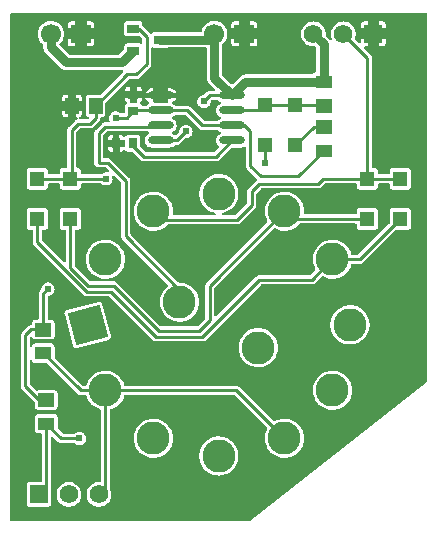
<source format=gtl>
G04 Layer: TopLayer*
G04 EasyEDA v6.5.15, 2023-01-26 07:11:18*
G04 bc408e8c05344163a153380a18e2a67f,cd9332c1ef044f0797b2d1e08cb7fb93,10*
G04 Gerber Generator version 0.2*
G04 Scale: 100 percent, Rotated: No, Reflected: No *
G04 Dimensions in millimeters *
G04 leading zeros omitted , absolute positions ,4 integer and 5 decimal *
%FSLAX45Y45*%
%MOMM*%

%AMMACRO1*21,1,$1,$2,0,0,$3*%
%ADD10C,0.2540*%
%ADD11C,0.7620*%
%ADD12R,1.3000X1.3000*%
%ADD13MACRO1,1.377X1.1325X0.0000*%
%ADD14R,1.3770X1.1325*%
%ADD15R,0.9000X0.8000*%
%ADD16R,0.8000X0.9000*%
%ADD17R,1.0000X0.8000*%
%ADD18MACRO1,1.377X1.1325X90.0000*%
%ADD19O,2.1999956000000003X0.6999986*%
%ADD20R,1.7000X1.5748*%
%ADD21C,1.7000*%
%ADD22C,1.5748*%
%ADD23R,1.5748X1.5748*%
%ADD24C,2.8001*%
%ADD25MACRO1,2.8001X2.8001X15.0005*%
%ADD26C,0.6110*%
%ADD27C,0.0184*%

%LPD*%
G36*
X150368Y-4457192D02*
G01*
X146456Y-4456430D01*
X143205Y-4454194D01*
X140970Y-4450943D01*
X140208Y-4447032D01*
X140208Y-163068D01*
X140970Y-159156D01*
X143205Y-155905D01*
X146456Y-153670D01*
X150368Y-152908D01*
X3659632Y-152908D01*
X3663543Y-153670D01*
X3666794Y-155905D01*
X3669029Y-159156D01*
X3669792Y-163068D01*
X3669792Y-3271723D01*
X3669334Y-3274771D01*
X3668014Y-3277514D01*
X3665880Y-3279749D01*
X2165502Y-4455007D01*
X2162556Y-4456633D01*
X2159254Y-4457192D01*
G37*

%LPC*%
G36*
X2169769Y-284480D02*
G01*
X2231796Y-284480D01*
X2231796Y-252018D01*
X2231085Y-245719D01*
X2229205Y-240233D01*
X2226106Y-235356D01*
X2221992Y-231241D01*
X2217115Y-228193D01*
X2211628Y-226263D01*
X2205329Y-225552D01*
X2169769Y-225552D01*
G37*
G36*
X302818Y-4333748D02*
G01*
X459181Y-4333748D01*
X465480Y-4333036D01*
X470966Y-4331106D01*
X475843Y-4328058D01*
X479958Y-4323943D01*
X483006Y-4319066D01*
X484936Y-4313580D01*
X485648Y-4307281D01*
X485648Y-4150918D01*
X484936Y-4144619D01*
X483666Y-4141012D01*
X483108Y-4137660D01*
X483108Y-3748328D01*
X483870Y-3744468D01*
X486105Y-3741165D01*
X489356Y-3738930D01*
X493268Y-3738168D01*
X497179Y-3738930D01*
X500430Y-3741165D01*
X541578Y-3782263D01*
X547776Y-3787394D01*
X554482Y-3790950D01*
X561695Y-3793134D01*
X569722Y-3793947D01*
X678535Y-3793947D01*
X682447Y-3794709D01*
X685749Y-3796893D01*
X687324Y-3798468D01*
X695350Y-3804107D01*
X704291Y-3808272D01*
X713740Y-3810812D01*
X723544Y-3811676D01*
X733348Y-3810812D01*
X742797Y-3808272D01*
X751738Y-3804107D01*
X759764Y-3798468D01*
X766724Y-3791559D01*
X772363Y-3783482D01*
X776478Y-3774592D01*
X779018Y-3765092D01*
X779881Y-3755339D01*
X779018Y-3745534D01*
X776478Y-3736035D01*
X772363Y-3727145D01*
X766724Y-3719118D01*
X759764Y-3712159D01*
X751738Y-3706520D01*
X742797Y-3702354D01*
X733348Y-3699814D01*
X723544Y-3698951D01*
X713740Y-3699814D01*
X704291Y-3702354D01*
X695350Y-3706520D01*
X687324Y-3712159D01*
X685749Y-3713734D01*
X682447Y-3715918D01*
X678535Y-3716731D01*
X589432Y-3716731D01*
X585520Y-3715918D01*
X582218Y-3713734D01*
X542239Y-3673754D01*
X540054Y-3670452D01*
X539242Y-3666540D01*
X539242Y-3574542D01*
X538530Y-3568242D01*
X536651Y-3562756D01*
X533552Y-3557879D01*
X529488Y-3553764D01*
X524560Y-3550716D01*
X519125Y-3548786D01*
X512775Y-3548075D01*
X376224Y-3548075D01*
X369874Y-3548786D01*
X364439Y-3550716D01*
X359511Y-3553764D01*
X355447Y-3557879D01*
X352348Y-3562756D01*
X350469Y-3568242D01*
X349758Y-3574542D01*
X349758Y-3686657D01*
X350469Y-3693007D01*
X352348Y-3698443D01*
X355447Y-3703320D01*
X359511Y-3707434D01*
X364439Y-3710533D01*
X369874Y-3712413D01*
X376224Y-3713124D01*
X395732Y-3713124D01*
X399643Y-3713937D01*
X402894Y-3716121D01*
X405130Y-3719423D01*
X405892Y-3723284D01*
X405892Y-4114292D01*
X405130Y-4118203D01*
X402894Y-4121454D01*
X399643Y-4123690D01*
X395732Y-4124451D01*
X302818Y-4124451D01*
X296519Y-4125163D01*
X291033Y-4127093D01*
X286156Y-4130141D01*
X282041Y-4134256D01*
X278993Y-4139133D01*
X277063Y-4144619D01*
X276352Y-4150918D01*
X276352Y-4307281D01*
X277063Y-4313580D01*
X278993Y-4319066D01*
X282041Y-4323943D01*
X286156Y-4328058D01*
X291033Y-4331106D01*
X296519Y-4333036D01*
G37*
G36*
X889000Y-4333748D02*
G01*
X902665Y-4332833D01*
X916076Y-4330141D01*
X929030Y-4325772D01*
X941324Y-4319727D01*
X952703Y-4312107D01*
X962964Y-4303064D01*
X972007Y-4292803D01*
X979627Y-4281424D01*
X985672Y-4269130D01*
X990041Y-4256176D01*
X992733Y-4242765D01*
X993648Y-4229100D01*
X992733Y-4215434D01*
X990041Y-4202023D01*
X985672Y-4189069D01*
X982878Y-4183430D01*
X982014Y-4180789D01*
X981913Y-4177944D01*
X982268Y-4173931D01*
X982268Y-3517950D01*
X983183Y-3513734D01*
X985774Y-3510279D01*
X989584Y-3508197D01*
X999286Y-3505301D01*
X1015593Y-3498545D01*
X1031036Y-3490061D01*
X1045565Y-3479952D01*
X1058875Y-3468370D01*
X1070914Y-3455466D01*
X1081532Y-3441344D01*
X1090574Y-3426155D01*
X1097940Y-3410102D01*
X1103122Y-3394557D01*
X1105255Y-3390950D01*
X1108659Y-3388512D01*
X1112774Y-3387648D01*
X2033524Y-3387648D01*
X2037384Y-3388410D01*
X2040686Y-3390595D01*
X2313228Y-3663137D01*
X2315565Y-3666744D01*
X2316175Y-3670960D01*
X2315057Y-3675075D01*
X2309266Y-3686098D01*
X2302764Y-3702507D01*
X2298039Y-3719525D01*
X2295144Y-3736949D01*
X2294128Y-3754577D01*
X2294991Y-3772204D01*
X2297734Y-3789679D01*
X2302306Y-3806698D01*
X2308656Y-3823208D01*
X2316734Y-3838905D01*
X2326436Y-3853637D01*
X2337612Y-3867302D01*
X2350211Y-3879697D01*
X2364079Y-3890670D01*
X2378964Y-3900068D01*
X2394813Y-3907891D01*
X2411425Y-3913936D01*
X2428544Y-3918204D01*
X2446070Y-3920642D01*
X2463698Y-3921150D01*
X2481326Y-3919829D01*
X2498699Y-3916629D01*
X2515616Y-3911650D01*
X2531922Y-3904843D01*
X2547366Y-3896360D01*
X2561894Y-3886250D01*
X2575204Y-3874668D01*
X2587244Y-3861765D01*
X2597861Y-3847642D01*
X2606903Y-3832453D01*
X2614269Y-3816400D01*
X2619857Y-3799687D01*
X2623667Y-3782415D01*
X2625648Y-3764889D01*
X2625699Y-3747211D01*
X2623921Y-3729634D01*
X2620264Y-3712362D01*
X2614777Y-3695598D01*
X2607564Y-3679494D01*
X2598674Y-3664204D01*
X2588209Y-3649979D01*
X2576271Y-3636975D01*
X2563063Y-3625291D01*
X2548636Y-3615080D01*
X2533243Y-3606444D01*
X2516987Y-3599484D01*
X2500122Y-3594354D01*
X2482748Y-3591001D01*
X2465171Y-3589477D01*
X2447493Y-3589883D01*
X2430018Y-3592169D01*
X2412847Y-3596284D01*
X2396185Y-3602177D01*
X2379319Y-3610356D01*
X2375306Y-3611372D01*
X2371191Y-3610660D01*
X2367686Y-3608425D01*
X2081377Y-3322065D01*
X2075129Y-3316935D01*
X2068474Y-3313379D01*
X2061260Y-3311194D01*
X2053234Y-3310432D01*
X1112723Y-3310432D01*
X1108608Y-3309518D01*
X1105154Y-3307029D01*
X1103071Y-3303422D01*
X1098448Y-3289300D01*
X1091234Y-3273196D01*
X1082344Y-3257905D01*
X1071880Y-3243681D01*
X1059942Y-3230676D01*
X1046683Y-3218992D01*
X1032306Y-3208782D01*
X1016914Y-3200146D01*
X1000658Y-3193186D01*
X983792Y-3188055D01*
X966419Y-3184702D01*
X948842Y-3183178D01*
X931164Y-3183585D01*
X913688Y-3185871D01*
X896518Y-3189986D01*
X879856Y-3195878D01*
X863955Y-3203549D01*
X848918Y-3212846D01*
X834999Y-3223666D01*
X822299Y-3235960D01*
X810971Y-3249472D01*
X801116Y-3264153D01*
X792937Y-3279800D01*
X786434Y-3296208D01*
X784555Y-3302965D01*
X782472Y-3306826D01*
X779018Y-3309467D01*
X774750Y-3310432D01*
X754634Y-3310432D01*
X750722Y-3309620D01*
X747420Y-3307435D01*
X516839Y-3076854D01*
X514654Y-3073552D01*
X513842Y-3069640D01*
X513842Y-2977642D01*
X513130Y-2971342D01*
X511251Y-2965856D01*
X508152Y-2960979D01*
X504088Y-2956864D01*
X499160Y-2953816D01*
X493725Y-2951886D01*
X487375Y-2951175D01*
X350824Y-2951175D01*
X344474Y-2951886D01*
X339039Y-2953816D01*
X334111Y-2956864D01*
X330047Y-2960979D01*
X326948Y-2965856D01*
X325069Y-2971292D01*
X322986Y-2974797D01*
X319735Y-2977184D01*
X315772Y-2978099D01*
X311810Y-2977438D01*
X308406Y-2975254D01*
X306120Y-2971901D01*
X305308Y-2967939D01*
X305308Y-2903118D01*
X306070Y-2899206D01*
X309219Y-2894990D01*
X312623Y-2892704D01*
X316636Y-2891993D01*
X320598Y-2892907D01*
X323900Y-2895295D01*
X325983Y-2898800D01*
X326948Y-2901543D01*
X330047Y-2906420D01*
X334111Y-2910535D01*
X339039Y-2913583D01*
X344474Y-2915513D01*
X350824Y-2916224D01*
X487375Y-2916224D01*
X493725Y-2915513D01*
X499160Y-2913583D01*
X504088Y-2910535D01*
X508152Y-2906420D01*
X511251Y-2901543D01*
X513130Y-2896057D01*
X513842Y-2889758D01*
X513842Y-2777642D01*
X513130Y-2771292D01*
X511251Y-2765856D01*
X508152Y-2760980D01*
X504088Y-2756865D01*
X499160Y-2753766D01*
X493725Y-2751886D01*
X487375Y-2751175D01*
X467868Y-2751175D01*
X463956Y-2750362D01*
X460705Y-2748178D01*
X458470Y-2744876D01*
X457708Y-2741015D01*
X457708Y-2554833D01*
X458419Y-2551125D01*
X460400Y-2547975D01*
X463397Y-2545689D01*
X476453Y-2542133D01*
X485393Y-2538018D01*
X493420Y-2532380D01*
X500380Y-2525420D01*
X506018Y-2517394D01*
X510133Y-2508453D01*
X512673Y-2499004D01*
X513537Y-2489200D01*
X512673Y-2479395D01*
X510133Y-2469946D01*
X506018Y-2461006D01*
X500380Y-2452979D01*
X493420Y-2446020D01*
X485393Y-2440381D01*
X476453Y-2436266D01*
X467004Y-2433726D01*
X457200Y-2432862D01*
X447395Y-2433726D01*
X437946Y-2436266D01*
X429006Y-2440381D01*
X420979Y-2446020D01*
X414020Y-2452979D01*
X408381Y-2461006D01*
X404266Y-2469946D01*
X401726Y-2479395D01*
X401015Y-2487422D01*
X400100Y-2490825D01*
X398068Y-2493721D01*
X392176Y-2499664D01*
X387045Y-2505862D01*
X383489Y-2512568D01*
X381304Y-2519781D01*
X380492Y-2527808D01*
X380492Y-2741015D01*
X379730Y-2744876D01*
X377494Y-2748178D01*
X374243Y-2750362D01*
X370332Y-2751175D01*
X350824Y-2751175D01*
X344474Y-2751886D01*
X339039Y-2753766D01*
X334111Y-2756865D01*
X330047Y-2760980D01*
X326948Y-2765856D01*
X325069Y-2771292D01*
X324358Y-2777642D01*
X324358Y-2783636D01*
X323646Y-2787345D01*
X321665Y-2790545D01*
X318668Y-2792780D01*
X315061Y-2793796D01*
X310540Y-2794152D01*
X303276Y-2796235D01*
X296570Y-2799689D01*
X289814Y-2805176D01*
X239775Y-2855264D01*
X234645Y-2861462D01*
X231089Y-2868168D01*
X228904Y-2875381D01*
X228092Y-2883408D01*
X228092Y-3314192D01*
X228904Y-3322218D01*
X231089Y-3329432D01*
X234645Y-3336137D01*
X239775Y-3342335D01*
X346760Y-3449370D01*
X348945Y-3452672D01*
X349758Y-3456533D01*
X349758Y-3486658D01*
X350469Y-3492957D01*
X352348Y-3498443D01*
X355447Y-3503320D01*
X359511Y-3507435D01*
X364439Y-3510483D01*
X369874Y-3512413D01*
X376224Y-3513124D01*
X512775Y-3513124D01*
X519125Y-3512413D01*
X524560Y-3510483D01*
X529488Y-3507435D01*
X533552Y-3503320D01*
X536651Y-3498443D01*
X538530Y-3492957D01*
X539242Y-3486658D01*
X539242Y-3374542D01*
X538530Y-3368192D01*
X536651Y-3362756D01*
X533552Y-3357879D01*
X529488Y-3353765D01*
X524560Y-3350666D01*
X519125Y-3348786D01*
X512775Y-3348075D01*
X376224Y-3348075D01*
X369874Y-3348786D01*
X365150Y-3350412D01*
X361442Y-3350971D01*
X357733Y-3350158D01*
X354634Y-3348024D01*
X308305Y-3301695D01*
X306070Y-3298393D01*
X305308Y-3294481D01*
X305308Y-3099460D01*
X306120Y-3095498D01*
X308406Y-3092145D01*
X311810Y-3089960D01*
X315772Y-3089300D01*
X319735Y-3090214D01*
X322986Y-3092602D01*
X325069Y-3096107D01*
X326948Y-3101543D01*
X330047Y-3106420D01*
X334111Y-3110534D01*
X339039Y-3113633D01*
X344474Y-3115513D01*
X350824Y-3116224D01*
X442823Y-3116224D01*
X446735Y-3117037D01*
X450037Y-3119221D01*
X706780Y-3375964D01*
X712978Y-3381095D01*
X719683Y-3384651D01*
X726897Y-3386836D01*
X734923Y-3387648D01*
X774750Y-3387648D01*
X779018Y-3388563D01*
X782523Y-3391255D01*
X784555Y-3395167D01*
X785926Y-3400399D01*
X792327Y-3416909D01*
X800404Y-3432606D01*
X810056Y-3447338D01*
X821283Y-3461004D01*
X833882Y-3473399D01*
X847750Y-3484372D01*
X862634Y-3493770D01*
X878484Y-3501593D01*
X895096Y-3507638D01*
X897382Y-3508197D01*
X901344Y-3510229D01*
X904087Y-3513734D01*
X905052Y-3518052D01*
X905052Y-4114698D01*
X904240Y-4118711D01*
X901852Y-4122115D01*
X898347Y-4124248D01*
X894232Y-4124807D01*
X889000Y-4124451D01*
X875334Y-4125366D01*
X861923Y-4128058D01*
X848969Y-4132427D01*
X836676Y-4138472D01*
X825296Y-4146092D01*
X815035Y-4155135D01*
X805992Y-4165396D01*
X798372Y-4176776D01*
X792327Y-4189069D01*
X787958Y-4202023D01*
X785266Y-4215434D01*
X784352Y-4229100D01*
X785266Y-4242765D01*
X787958Y-4256176D01*
X792327Y-4269130D01*
X798372Y-4281424D01*
X805992Y-4292803D01*
X815035Y-4303064D01*
X825296Y-4312107D01*
X836676Y-4319727D01*
X848969Y-4325772D01*
X861923Y-4330141D01*
X875334Y-4332833D01*
G37*
G36*
X2010003Y-284480D02*
G01*
X2072030Y-284480D01*
X2072030Y-225552D01*
X2036470Y-225552D01*
X2030171Y-226263D01*
X2024684Y-228193D01*
X2019807Y-231241D01*
X2015693Y-235356D01*
X2012594Y-240233D01*
X2010714Y-245719D01*
X2010003Y-252018D01*
G37*
G36*
X1908657Y-4069892D02*
G01*
X1926285Y-4068572D01*
X1943658Y-4065371D01*
X1960575Y-4060342D01*
X1976882Y-4053535D01*
X1992375Y-4045051D01*
X2006854Y-4034993D01*
X2020214Y-4023410D01*
X2032254Y-4010507D01*
X2042820Y-3996334D01*
X2051862Y-3981196D01*
X2059228Y-3965143D01*
X2064867Y-3948379D01*
X2068677Y-3931158D01*
X2070607Y-3913581D01*
X2070709Y-3895953D01*
X2068880Y-3878376D01*
X2065223Y-3861104D01*
X2059787Y-3844290D01*
X2052523Y-3828186D01*
X2043633Y-3812946D01*
X2033168Y-3798722D01*
X2021281Y-3785666D01*
X2008022Y-3773982D01*
X1993595Y-3763772D01*
X1978202Y-3755186D01*
X1961946Y-3748227D01*
X1945081Y-3743045D01*
X1927758Y-3739692D01*
X1910130Y-3738219D01*
X1892503Y-3738626D01*
X1874977Y-3740861D01*
X1857806Y-3744976D01*
X1841195Y-3750919D01*
X1825243Y-3758539D01*
X1810257Y-3767836D01*
X1796288Y-3778707D01*
X1783588Y-3790950D01*
X1772259Y-3804513D01*
X1762455Y-3819194D01*
X1754225Y-3834790D01*
X1747723Y-3851249D01*
X1742998Y-3868267D01*
X1740103Y-3885692D01*
X1739087Y-3903319D01*
X1739950Y-3920947D01*
X1742693Y-3938371D01*
X1747266Y-3955440D01*
X1753616Y-3971899D01*
X1761693Y-3987596D01*
X1771396Y-4002379D01*
X1782622Y-4016044D01*
X1795221Y-4028389D01*
X1809038Y-4039362D01*
X1823974Y-4048810D01*
X1839823Y-4056583D01*
X1856384Y-4062679D01*
X1873554Y-4066946D01*
X1891030Y-4069334D01*
G37*
G36*
X1353667Y-3921150D02*
G01*
X1371295Y-3919829D01*
X1388618Y-3916629D01*
X1405585Y-3911600D01*
X1421892Y-3904843D01*
X1437335Y-3896360D01*
X1451864Y-3886250D01*
X1465173Y-3874668D01*
X1477213Y-3861765D01*
X1487830Y-3847642D01*
X1496872Y-3832453D01*
X1504238Y-3816400D01*
X1509826Y-3799687D01*
X1513636Y-3782415D01*
X1515618Y-3764889D01*
X1515668Y-3747211D01*
X1513890Y-3729634D01*
X1510233Y-3712362D01*
X1504746Y-3695598D01*
X1497533Y-3679494D01*
X1488643Y-3664204D01*
X1478178Y-3649979D01*
X1466240Y-3636975D01*
X1453032Y-3625291D01*
X1438605Y-3615080D01*
X1423212Y-3606444D01*
X1406956Y-3599484D01*
X1390091Y-3594354D01*
X1372717Y-3591001D01*
X1355140Y-3589477D01*
X1337462Y-3589883D01*
X1319987Y-3592169D01*
X1302816Y-3596284D01*
X1286154Y-3602177D01*
X1270254Y-3609848D01*
X1255217Y-3619144D01*
X1241298Y-3629964D01*
X1228598Y-3642258D01*
X1217269Y-3655771D01*
X1207414Y-3670452D01*
X1199235Y-3686098D01*
X1192733Y-3702507D01*
X1188008Y-3719525D01*
X1185113Y-3736949D01*
X1184097Y-3754577D01*
X1184960Y-3772204D01*
X1187704Y-3789679D01*
X1192276Y-3806698D01*
X1198626Y-3823208D01*
X1206703Y-3838905D01*
X1216355Y-3853637D01*
X1227582Y-3867302D01*
X1240180Y-3879697D01*
X1254048Y-3890670D01*
X1268933Y-3900068D01*
X1284782Y-3907891D01*
X1301394Y-3913936D01*
X1318514Y-3918204D01*
X1336040Y-3920642D01*
G37*
G36*
X785469Y-284480D02*
G01*
X847496Y-284480D01*
X847496Y-252018D01*
X846785Y-245719D01*
X844905Y-240233D01*
X841806Y-235356D01*
X837692Y-231241D01*
X832815Y-228193D01*
X827328Y-226263D01*
X821029Y-225552D01*
X785469Y-225552D01*
G37*
G36*
X625703Y-284480D02*
G01*
X687730Y-284480D01*
X687730Y-225552D01*
X652170Y-225552D01*
X645871Y-226263D01*
X640384Y-228193D01*
X635508Y-231241D01*
X631393Y-235356D01*
X628294Y-240233D01*
X626414Y-245719D01*
X625703Y-252018D01*
G37*
G36*
X3258820Y-284480D02*
G01*
X3317748Y-284480D01*
X3317748Y-252018D01*
X3317036Y-245719D01*
X3315106Y-240233D01*
X3312058Y-235356D01*
X3307943Y-231241D01*
X3303066Y-228193D01*
X3297580Y-226263D01*
X3291281Y-225552D01*
X3258820Y-225552D01*
G37*
G36*
X3108452Y-284480D02*
G01*
X3167380Y-284480D01*
X3167380Y-225552D01*
X3134918Y-225552D01*
X3128619Y-226263D01*
X3123133Y-228193D01*
X3118256Y-231241D01*
X3114141Y-235356D01*
X3111093Y-240233D01*
X3109163Y-245719D01*
X3108452Y-252018D01*
G37*
G36*
X2869996Y-3514851D02*
G01*
X2887624Y-3513531D01*
X2904947Y-3510330D01*
X2921914Y-3505301D01*
X2938221Y-3498545D01*
X2953664Y-3490061D01*
X2968193Y-3479952D01*
X2981502Y-3468370D01*
X2993542Y-3455466D01*
X3004159Y-3441344D01*
X3013202Y-3426155D01*
X3020568Y-3410102D01*
X3026156Y-3393389D01*
X3029966Y-3376117D01*
X3031947Y-3358591D01*
X3031998Y-3340912D01*
X3030220Y-3323336D01*
X3026562Y-3306064D01*
X3021076Y-3289300D01*
X3013862Y-3273196D01*
X3004972Y-3257905D01*
X2994507Y-3243681D01*
X2982569Y-3230676D01*
X2969361Y-3218992D01*
X2954934Y-3208782D01*
X2939542Y-3200146D01*
X2923286Y-3193186D01*
X2906420Y-3188055D01*
X2889046Y-3184702D01*
X2871470Y-3183178D01*
X2853791Y-3183585D01*
X2836316Y-3185871D01*
X2819146Y-3189986D01*
X2802483Y-3195878D01*
X2786583Y-3203549D01*
X2771546Y-3212846D01*
X2757627Y-3223666D01*
X2744927Y-3235960D01*
X2733598Y-3249472D01*
X2723743Y-3264153D01*
X2715564Y-3279800D01*
X2709062Y-3296208D01*
X2704338Y-3313226D01*
X2701442Y-3330651D01*
X2700426Y-3348278D01*
X2701290Y-3365906D01*
X2704033Y-3383381D01*
X2708605Y-3400399D01*
X2714955Y-3416909D01*
X2723032Y-3432606D01*
X2732684Y-3447338D01*
X2743911Y-3461004D01*
X2756509Y-3473399D01*
X2770378Y-3484321D01*
X2785262Y-3493770D01*
X2801112Y-3501593D01*
X2817723Y-3507638D01*
X2834843Y-3511905D01*
X2852369Y-3514344D01*
G37*
G36*
X2036470Y-434848D02*
G01*
X2072030Y-434848D01*
X2072030Y-375920D01*
X2010003Y-375920D01*
X2010003Y-408381D01*
X2010714Y-414680D01*
X2012594Y-420166D01*
X2015693Y-425043D01*
X2019807Y-429158D01*
X2024684Y-432206D01*
X2030171Y-434136D01*
G37*
G36*
X2169769Y-434848D02*
G01*
X2205329Y-434848D01*
X2211628Y-434136D01*
X2217115Y-432206D01*
X2221992Y-429158D01*
X2226106Y-425043D01*
X2229205Y-420166D01*
X2231085Y-414680D01*
X2231796Y-408381D01*
X2231796Y-375920D01*
X2169769Y-375920D01*
G37*
G36*
X785469Y-434848D02*
G01*
X821029Y-434848D01*
X827328Y-434136D01*
X832815Y-432206D01*
X837692Y-429158D01*
X841806Y-425043D01*
X844905Y-420166D01*
X846785Y-414680D01*
X847496Y-408381D01*
X847496Y-375920D01*
X785469Y-375920D01*
G37*
G36*
X2242058Y-3152343D02*
G01*
X2259685Y-3151022D01*
X2277059Y-3147822D01*
X2293975Y-3142792D01*
X2310282Y-3135985D01*
X2325776Y-3127502D01*
X2340254Y-3117443D01*
X2353614Y-3105861D01*
X2365654Y-3092907D01*
X2376220Y-3078784D01*
X2385263Y-3063646D01*
X2392629Y-3047593D01*
X2398268Y-3030829D01*
X2402078Y-3013608D01*
X2404008Y-2996031D01*
X2404110Y-2978404D01*
X2402281Y-2960827D01*
X2398623Y-2943555D01*
X2393188Y-2926740D01*
X2385923Y-2910636D01*
X2377033Y-2895396D01*
X2366568Y-2881172D01*
X2354630Y-2868117D01*
X2341422Y-2856433D01*
X2326995Y-2846222D01*
X2311603Y-2837586D01*
X2295347Y-2830677D01*
X2278481Y-2825496D01*
X2261158Y-2822143D01*
X2243531Y-2820670D01*
X2225903Y-2821076D01*
X2208377Y-2823311D01*
X2191207Y-2827426D01*
X2174544Y-2833370D01*
X2158644Y-2840990D01*
X2143658Y-2850286D01*
X2129688Y-2861157D01*
X2116988Y-2873400D01*
X2105660Y-2886964D01*
X2095855Y-2901645D01*
X2087625Y-2917240D01*
X2081123Y-2933700D01*
X2076399Y-2950718D01*
X2073503Y-2968091D01*
X2072487Y-2985770D01*
X2073351Y-3003397D01*
X2076094Y-3020822D01*
X2080666Y-3037890D01*
X2087016Y-3054350D01*
X2095093Y-3070047D01*
X2104796Y-3084830D01*
X2115972Y-3098495D01*
X2128570Y-3110839D01*
X2142439Y-3121812D01*
X2157374Y-3131261D01*
X2173224Y-3139033D01*
X2189784Y-3145078D01*
X2206904Y-3149346D01*
X2224430Y-3151784D01*
G37*
G36*
X696925Y-2991307D02*
G01*
X703224Y-2990342D01*
X972566Y-2918155D01*
X978509Y-2915869D01*
X983284Y-2912567D01*
X987247Y-2908350D01*
X990142Y-2903321D01*
X991819Y-2897784D01*
X992276Y-2892044D01*
X991311Y-2885744D01*
X919124Y-2616352D01*
X916838Y-2610459D01*
X913536Y-2605684D01*
X909319Y-2601722D01*
X904290Y-2598826D01*
X898753Y-2597150D01*
X893013Y-2596692D01*
X886714Y-2597658D01*
X617321Y-2669844D01*
X611428Y-2672130D01*
X606653Y-2675432D01*
X602691Y-2679649D01*
X599795Y-2684678D01*
X598119Y-2690215D01*
X597662Y-2695956D01*
X598627Y-2702255D01*
X670814Y-2971647D01*
X673100Y-2977540D01*
X676402Y-2982315D01*
X680618Y-2986278D01*
X685647Y-2989173D01*
X691184Y-2990850D01*
G37*
G36*
X652170Y-434848D02*
G01*
X687730Y-434848D01*
X687730Y-375920D01*
X625703Y-375920D01*
X625703Y-408381D01*
X626414Y-414680D01*
X628294Y-420166D01*
X631393Y-425043D01*
X635508Y-429158D01*
X640384Y-432206D01*
X645871Y-434136D01*
G37*
G36*
X3018688Y-2959862D02*
G01*
X3036316Y-2958541D01*
X3053689Y-2955340D01*
X3070606Y-2950311D01*
X3086912Y-2943504D01*
X3102406Y-2935020D01*
X3116884Y-2924962D01*
X3130245Y-2913380D01*
X3142284Y-2900426D01*
X3152851Y-2886303D01*
X3161893Y-2871165D01*
X3169259Y-2855112D01*
X3174898Y-2838348D01*
X3178708Y-2821127D01*
X3180638Y-2803550D01*
X3180740Y-2785922D01*
X3178911Y-2768346D01*
X3175254Y-2751074D01*
X3169818Y-2734259D01*
X3162604Y-2718155D01*
X3153664Y-2702915D01*
X3143199Y-2688691D01*
X3131312Y-2675636D01*
X3118053Y-2663952D01*
X3103676Y-2653741D01*
X3088233Y-2645105D01*
X3072028Y-2638196D01*
X3055112Y-2633014D01*
X3037789Y-2629662D01*
X3020161Y-2628188D01*
X3002534Y-2628595D01*
X2985008Y-2630830D01*
X2967837Y-2634945D01*
X2951226Y-2640888D01*
X2935274Y-2648508D01*
X2920288Y-2657805D01*
X2906318Y-2668676D01*
X2893618Y-2680919D01*
X2882290Y-2694482D01*
X2872486Y-2709164D01*
X2864256Y-2724759D01*
X2857754Y-2741218D01*
X2853029Y-2758236D01*
X2850134Y-2775610D01*
X2849118Y-2793288D01*
X2849981Y-2810916D01*
X2852724Y-2828340D01*
X2857296Y-2845409D01*
X2863646Y-2861868D01*
X2871724Y-2877566D01*
X2881426Y-2892348D01*
X2892653Y-2906014D01*
X2905252Y-2918358D01*
X2919069Y-2929331D01*
X2934004Y-2938780D01*
X2949854Y-2946552D01*
X2966415Y-2952597D01*
X2983585Y-2956864D01*
X3001060Y-2959303D01*
G37*
G36*
X1372108Y-2934208D02*
G01*
X1764792Y-2934208D01*
X1772818Y-2933395D01*
X1780032Y-2931210D01*
X1786737Y-2927654D01*
X1792935Y-2922524D01*
X2260904Y-2454605D01*
X2264206Y-2452370D01*
X2268118Y-2451608D01*
X2691892Y-2451608D01*
X2699918Y-2450795D01*
X2707132Y-2448610D01*
X2713837Y-2445054D01*
X2720035Y-2439924D01*
X2774086Y-2385923D01*
X2777591Y-2383637D01*
X2781706Y-2382926D01*
X2785770Y-2383993D01*
X2801112Y-2391562D01*
X2817723Y-2397607D01*
X2834843Y-2401874D01*
X2852369Y-2404313D01*
X2869996Y-2404821D01*
X2887624Y-2403500D01*
X2904998Y-2400300D01*
X2921914Y-2395270D01*
X2938221Y-2388514D01*
X2953664Y-2380030D01*
X2968193Y-2369921D01*
X2981502Y-2358339D01*
X2993542Y-2345436D01*
X3004159Y-2331313D01*
X3013202Y-2316124D01*
X3020568Y-2300071D01*
X3025800Y-2284526D01*
X3027883Y-2280920D01*
X3031286Y-2278430D01*
X3035401Y-2277567D01*
X3099409Y-2277567D01*
X3107436Y-2276805D01*
X3114700Y-2274620D01*
X3121355Y-2271064D01*
X3127552Y-2265934D01*
X3402431Y-1991106D01*
X3405733Y-1988870D01*
X3409594Y-1988108D01*
X3506114Y-1988108D01*
X3512464Y-1987397D01*
X3517900Y-1985467D01*
X3522827Y-1982419D01*
X3526891Y-1978304D01*
X3529990Y-1973427D01*
X3531920Y-1967941D01*
X3532632Y-1961642D01*
X3532632Y-1832762D01*
X3531920Y-1826463D01*
X3529990Y-1820976D01*
X3526891Y-1816100D01*
X3522827Y-1811985D01*
X3517900Y-1808937D01*
X3512464Y-1807006D01*
X3506114Y-1806295D01*
X3377285Y-1806295D01*
X3370935Y-1807006D01*
X3365500Y-1808937D01*
X3360572Y-1811985D01*
X3356508Y-1816100D01*
X3353409Y-1820976D01*
X3351479Y-1826463D01*
X3350768Y-1832762D01*
X3350768Y-1929282D01*
X3350006Y-1933193D01*
X3347821Y-1936496D01*
X3086912Y-2197404D01*
X3083610Y-2199589D01*
X3079699Y-2200351D01*
X3035350Y-2200351D01*
X3031236Y-2199487D01*
X3027781Y-2196998D01*
X3025698Y-2193340D01*
X3021076Y-2179269D01*
X3013862Y-2163165D01*
X3004972Y-2147874D01*
X2994507Y-2133650D01*
X2982569Y-2120646D01*
X2969361Y-2108962D01*
X2954934Y-2098751D01*
X2939542Y-2090115D01*
X2923286Y-2083155D01*
X2906420Y-2078024D01*
X2889046Y-2074672D01*
X2871470Y-2073148D01*
X2853791Y-2073554D01*
X2836316Y-2075840D01*
X2819146Y-2079955D01*
X2802483Y-2085848D01*
X2786583Y-2093518D01*
X2771546Y-2102815D01*
X2757627Y-2113635D01*
X2744927Y-2125929D01*
X2733598Y-2139442D01*
X2723743Y-2154123D01*
X2715564Y-2169769D01*
X2709062Y-2186178D01*
X2704338Y-2203196D01*
X2701442Y-2220620D01*
X2700426Y-2238248D01*
X2701290Y-2255875D01*
X2704033Y-2273350D01*
X2708605Y-2290368D01*
X2714955Y-2306878D01*
X2721406Y-2319426D01*
X2722524Y-2323490D01*
X2721864Y-2327706D01*
X2719527Y-2331262D01*
X2679395Y-2371394D01*
X2676093Y-2373630D01*
X2672181Y-2374392D01*
X2248408Y-2374392D01*
X2240381Y-2375204D01*
X2233168Y-2377389D01*
X2226462Y-2380945D01*
X2220264Y-2386076D01*
X1884730Y-2721559D01*
X1881479Y-2723743D01*
X1877568Y-2724505D01*
X1873656Y-2723743D01*
X1870405Y-2721559D01*
X1868170Y-2718257D01*
X1867407Y-2714345D01*
X1867407Y-2484120D01*
X1868170Y-2480208D01*
X1870405Y-2476906D01*
X2367737Y-1979574D01*
X2371242Y-1977288D01*
X2375357Y-1976628D01*
X2379370Y-1977643D01*
X2394813Y-1985264D01*
X2411425Y-1991309D01*
X2428544Y-1995576D01*
X2446070Y-1998014D01*
X2463698Y-1998522D01*
X2481326Y-1997202D01*
X2498648Y-1994001D01*
X2515616Y-1988972D01*
X2531922Y-1982216D01*
X2547366Y-1973732D01*
X2561894Y-1963623D01*
X2575204Y-1952040D01*
X2587345Y-1939036D01*
X2590698Y-1936648D01*
X2594762Y-1935835D01*
X3061208Y-1935835D01*
X3065119Y-1936597D01*
X3068421Y-1938782D01*
X3070606Y-1942084D01*
X3071368Y-1945995D01*
X3071368Y-1961642D01*
X3072079Y-1967941D01*
X3074009Y-1973427D01*
X3077108Y-1978304D01*
X3081172Y-1982419D01*
X3086100Y-1985467D01*
X3091535Y-1987397D01*
X3097885Y-1988108D01*
X3226714Y-1988108D01*
X3233064Y-1987397D01*
X3238500Y-1985467D01*
X3243427Y-1982419D01*
X3247491Y-1978304D01*
X3250590Y-1973427D01*
X3252520Y-1967941D01*
X3253232Y-1961642D01*
X3253232Y-1832762D01*
X3252520Y-1826463D01*
X3250590Y-1820976D01*
X3247491Y-1816100D01*
X3243427Y-1811985D01*
X3238500Y-1808937D01*
X3233064Y-1807006D01*
X3226714Y-1806295D01*
X3097885Y-1806295D01*
X3091535Y-1807006D01*
X3086100Y-1808937D01*
X3081172Y-1811985D01*
X3077108Y-1816100D01*
X3074009Y-1820976D01*
X3072079Y-1826463D01*
X3071368Y-1832762D01*
X3071368Y-1848459D01*
X3070606Y-1852320D01*
X3068421Y-1855622D01*
X3065119Y-1857806D01*
X3061208Y-1858619D01*
X2635148Y-1858619D01*
X2631033Y-1857705D01*
X2627579Y-1855216D01*
X2625496Y-1851507D01*
X2625090Y-1847291D01*
X2625648Y-1842262D01*
X2625699Y-1824583D01*
X2623921Y-1807006D01*
X2620264Y-1789734D01*
X2614777Y-1772970D01*
X2607564Y-1756867D01*
X2598674Y-1741576D01*
X2588209Y-1727352D01*
X2576271Y-1714347D01*
X2563063Y-1702663D01*
X2548636Y-1692452D01*
X2533243Y-1683816D01*
X2516987Y-1676857D01*
X2500122Y-1671726D01*
X2482748Y-1668373D01*
X2465171Y-1666849D01*
X2447493Y-1667256D01*
X2430018Y-1669542D01*
X2412847Y-1673656D01*
X2396185Y-1679549D01*
X2380284Y-1687220D01*
X2365248Y-1696516D01*
X2351328Y-1707337D01*
X2338628Y-1719630D01*
X2327300Y-1733143D01*
X2317445Y-1747824D01*
X2309266Y-1763471D01*
X2302764Y-1779879D01*
X2298039Y-1796897D01*
X2295144Y-1814322D01*
X2294128Y-1831949D01*
X2294991Y-1849577D01*
X2297734Y-1867052D01*
X2302306Y-1884070D01*
X2308656Y-1900580D01*
X2315057Y-1913077D01*
X2316175Y-1917141D01*
X2315514Y-1921357D01*
X2313228Y-1924913D01*
X1801875Y-2436266D01*
X1796745Y-2442464D01*
X1793189Y-2449118D01*
X1791004Y-2456383D01*
X1790192Y-2464409D01*
X1790192Y-2735681D01*
X1789430Y-2739593D01*
X1787194Y-2742895D01*
X1726895Y-2803194D01*
X1723593Y-2805430D01*
X1719681Y-2806192D01*
X1417218Y-2806192D01*
X1413306Y-2805430D01*
X1410004Y-2803194D01*
X1043635Y-2436876D01*
X1037437Y-2431745D01*
X1030732Y-2428189D01*
X1023518Y-2426004D01*
X1015492Y-2425192D01*
X820318Y-2425192D01*
X816406Y-2424430D01*
X813104Y-2422194D01*
X689305Y-2298395D01*
X687070Y-2295093D01*
X686308Y-2291181D01*
X686308Y-1998268D01*
X687070Y-1994357D01*
X689305Y-1991106D01*
X692556Y-1988870D01*
X696468Y-1988108D01*
X712114Y-1988108D01*
X718464Y-1987397D01*
X723900Y-1985467D01*
X728827Y-1982419D01*
X732891Y-1978304D01*
X735990Y-1973427D01*
X737920Y-1967941D01*
X738632Y-1961642D01*
X738632Y-1832762D01*
X737920Y-1826463D01*
X735990Y-1820976D01*
X732891Y-1816100D01*
X728827Y-1811985D01*
X723900Y-1808937D01*
X718464Y-1807006D01*
X712114Y-1806295D01*
X583285Y-1806295D01*
X576935Y-1807006D01*
X571500Y-1808937D01*
X566572Y-1811985D01*
X562508Y-1816100D01*
X559409Y-1820976D01*
X557479Y-1826463D01*
X556768Y-1832762D01*
X556768Y-1961642D01*
X557479Y-1967941D01*
X559409Y-1973427D01*
X562508Y-1978304D01*
X566572Y-1982419D01*
X571500Y-1985467D01*
X576935Y-1987397D01*
X583285Y-1988108D01*
X598932Y-1988108D01*
X602843Y-1988870D01*
X606094Y-1991106D01*
X608330Y-1994357D01*
X609092Y-1998268D01*
X609092Y-2257145D01*
X608330Y-2261057D01*
X606094Y-2264359D01*
X602843Y-2266543D01*
X598932Y-2267305D01*
X595020Y-2266543D01*
X591769Y-2264359D01*
X409905Y-2082495D01*
X407670Y-2079193D01*
X406908Y-2075281D01*
X406908Y-1998268D01*
X407670Y-1994357D01*
X409905Y-1991106D01*
X413156Y-1988870D01*
X417068Y-1988108D01*
X432714Y-1988108D01*
X439064Y-1987397D01*
X444500Y-1985467D01*
X449427Y-1982419D01*
X453491Y-1978304D01*
X456590Y-1973427D01*
X458520Y-1967941D01*
X459232Y-1961642D01*
X459232Y-1832762D01*
X458520Y-1826463D01*
X456590Y-1820976D01*
X453491Y-1816100D01*
X449427Y-1811985D01*
X444500Y-1808937D01*
X439064Y-1807006D01*
X432714Y-1806295D01*
X303885Y-1806295D01*
X297535Y-1807006D01*
X292100Y-1808937D01*
X287172Y-1811985D01*
X283108Y-1816100D01*
X280009Y-1820976D01*
X278079Y-1826463D01*
X277368Y-1832762D01*
X277368Y-1961642D01*
X278079Y-1967941D01*
X280009Y-1973427D01*
X283108Y-1978304D01*
X287172Y-1982419D01*
X292100Y-1985467D01*
X297535Y-1987397D01*
X303885Y-1988108D01*
X319532Y-1988108D01*
X323443Y-1988870D01*
X326694Y-1991106D01*
X328930Y-1994357D01*
X329692Y-1998268D01*
X329692Y-2094992D01*
X330504Y-2103018D01*
X332689Y-2110232D01*
X336245Y-2116937D01*
X341376Y-2123135D01*
X759764Y-2541524D01*
X765962Y-2546654D01*
X772668Y-2550210D01*
X779881Y-2552395D01*
X787908Y-2553208D01*
X970381Y-2553208D01*
X974293Y-2553970D01*
X977595Y-2556205D01*
X1343964Y-2922524D01*
X1350162Y-2927654D01*
X1356868Y-2931210D01*
X1364081Y-2933395D01*
G37*
G36*
X3258820Y-434848D02*
G01*
X3291281Y-434848D01*
X3297580Y-434136D01*
X3303066Y-432206D01*
X3307943Y-429158D01*
X3312058Y-425043D01*
X3315106Y-420166D01*
X3317036Y-414680D01*
X3317748Y-408381D01*
X3317748Y-375920D01*
X3258820Y-375920D01*
G37*
G36*
X696671Y-899007D02*
G01*
X744524Y-899007D01*
X744524Y-871524D01*
X743813Y-865174D01*
X741883Y-859739D01*
X738835Y-854811D01*
X734720Y-850747D01*
X729843Y-847648D01*
X724357Y-845769D01*
X718058Y-845058D01*
X696671Y-845058D01*
G37*
G36*
X1575308Y-2767380D02*
G01*
X1592884Y-2766060D01*
X1610258Y-2762859D01*
X1627174Y-2757830D01*
X1643481Y-2751023D01*
X1658975Y-2742539D01*
X1673453Y-2732481D01*
X1686814Y-2720898D01*
X1698853Y-2707944D01*
X1709470Y-2693822D01*
X1718462Y-2678684D01*
X1725828Y-2662631D01*
X1731467Y-2645867D01*
X1735277Y-2628646D01*
X1737207Y-2611069D01*
X1737309Y-2593441D01*
X1735531Y-2575864D01*
X1731873Y-2558592D01*
X1726387Y-2541778D01*
X1719173Y-2525674D01*
X1710283Y-2510434D01*
X1699768Y-2496210D01*
X1687880Y-2483154D01*
X1674622Y-2471470D01*
X1660245Y-2461260D01*
X1644802Y-2452624D01*
X1628597Y-2445715D01*
X1611680Y-2440533D01*
X1594358Y-2437180D01*
X1576781Y-2435707D01*
X1567840Y-2435910D01*
X1563827Y-2435148D01*
X1560423Y-2432913D01*
X1159205Y-2031695D01*
X1156970Y-2028393D01*
X1156208Y-2024481D01*
X1156208Y-1575308D01*
X1155395Y-1567281D01*
X1153210Y-1560068D01*
X1149654Y-1553362D01*
X1144524Y-1547164D01*
X992835Y-1395476D01*
X986637Y-1390345D01*
X979932Y-1386789D01*
X972718Y-1384604D01*
X964692Y-1383792D01*
X937768Y-1383792D01*
X933856Y-1383030D01*
X930605Y-1380794D01*
X928369Y-1377543D01*
X927608Y-1373632D01*
X927608Y-1188618D01*
X928369Y-1184706D01*
X930605Y-1181404D01*
X952804Y-1159205D01*
X956106Y-1156970D01*
X960018Y-1156208D01*
X1301851Y-1156208D01*
X1304290Y-1156512D01*
X1306576Y-1157376D01*
X1310436Y-1159408D01*
X1313383Y-1161745D01*
X1315262Y-1165047D01*
X1315821Y-1168755D01*
X1315008Y-1172464D01*
X1312875Y-1175562D01*
X1299870Y-1183843D01*
X1292453Y-1190650D01*
X1286256Y-1198626D01*
X1281480Y-1207465D01*
X1278229Y-1216964D01*
X1276553Y-1226870D01*
X1276553Y-1236929D01*
X1278229Y-1246835D01*
X1281480Y-1256334D01*
X1286256Y-1265174D01*
X1292453Y-1273149D01*
X1299870Y-1279956D01*
X1308252Y-1285443D01*
X1317498Y-1289456D01*
X1327200Y-1291945D01*
X1337665Y-1292809D01*
X1486814Y-1292809D01*
X1497279Y-1291945D01*
X1506982Y-1289456D01*
X1516227Y-1285443D01*
X1524609Y-1279956D01*
X1531975Y-1273200D01*
X1535125Y-1271219D01*
X1538833Y-1270508D01*
X1548892Y-1270508D01*
X1556918Y-1269695D01*
X1564132Y-1267510D01*
X1570837Y-1263954D01*
X1577035Y-1258824D01*
X1621078Y-1214831D01*
X1623974Y-1212799D01*
X1627378Y-1211884D01*
X1635404Y-1211173D01*
X1644853Y-1208633D01*
X1653793Y-1204518D01*
X1661820Y-1198880D01*
X1668780Y-1191920D01*
X1674418Y-1183894D01*
X1678533Y-1174953D01*
X1681073Y-1165504D01*
X1681937Y-1155700D01*
X1681073Y-1145895D01*
X1678533Y-1136446D01*
X1674418Y-1127506D01*
X1668780Y-1119479D01*
X1661820Y-1112520D01*
X1653793Y-1106881D01*
X1644853Y-1102766D01*
X1635404Y-1100226D01*
X1625600Y-1099362D01*
X1615795Y-1100226D01*
X1606346Y-1102766D01*
X1597406Y-1106881D01*
X1589379Y-1112520D01*
X1582420Y-1119479D01*
X1576781Y-1127506D01*
X1572666Y-1136446D01*
X1570126Y-1145895D01*
X1569415Y-1153922D01*
X1568500Y-1157325D01*
X1566468Y-1160221D01*
X1541018Y-1185672D01*
X1537817Y-1187856D01*
X1534007Y-1188669D01*
X1530248Y-1188008D01*
X1526946Y-1185976D01*
X1524609Y-1183843D01*
X1511503Y-1175461D01*
X1509369Y-1172210D01*
X1508607Y-1168400D01*
X1509369Y-1164590D01*
X1511503Y-1161338D01*
X1524609Y-1152956D01*
X1532026Y-1146149D01*
X1538224Y-1138174D01*
X1542999Y-1129334D01*
X1546250Y-1119835D01*
X1547926Y-1109929D01*
X1547926Y-1099870D01*
X1546250Y-1089964D01*
X1542999Y-1080465D01*
X1538224Y-1071626D01*
X1532026Y-1063650D01*
X1524609Y-1056843D01*
X1511503Y-1048461D01*
X1509369Y-1045210D01*
X1508607Y-1041400D01*
X1509369Y-1037590D01*
X1511503Y-1034338D01*
X1524609Y-1025956D01*
X1531975Y-1019200D01*
X1535125Y-1017219D01*
X1538833Y-1016508D01*
X1618081Y-1016508D01*
X1621993Y-1017269D01*
X1625295Y-1019505D01*
X1737664Y-1131824D01*
X1743862Y-1136954D01*
X1750568Y-1140510D01*
X1757781Y-1142695D01*
X1765807Y-1143508D01*
X1890166Y-1143508D01*
X1893874Y-1144219D01*
X1897024Y-1146200D01*
X1904390Y-1152956D01*
X1917496Y-1161338D01*
X1919630Y-1164590D01*
X1920392Y-1168400D01*
X1919630Y-1172210D01*
X1917496Y-1175461D01*
X1904390Y-1183843D01*
X1896973Y-1190650D01*
X1890775Y-1198626D01*
X1886000Y-1207465D01*
X1882749Y-1216964D01*
X1881073Y-1226870D01*
X1881073Y-1236929D01*
X1882749Y-1246835D01*
X1886000Y-1256334D01*
X1890775Y-1265174D01*
X1896973Y-1273149D01*
X1901647Y-1277416D01*
X1904034Y-1280718D01*
X1904949Y-1284681D01*
X1904187Y-1288694D01*
X1901952Y-1292098D01*
X1864055Y-1329994D01*
X1860753Y-1332230D01*
X1856841Y-1332992D01*
X1290218Y-1332992D01*
X1286306Y-1332230D01*
X1283004Y-1329994D01*
X1243787Y-1290777D01*
X1241552Y-1287475D01*
X1240790Y-1283614D01*
X1240790Y-1212850D01*
X1240078Y-1206550D01*
X1238199Y-1201064D01*
X1235100Y-1196187D01*
X1230985Y-1192072D01*
X1226108Y-1189024D01*
X1220622Y-1187094D01*
X1214323Y-1186383D01*
X1135481Y-1186383D01*
X1129131Y-1187094D01*
X1123696Y-1189024D01*
X1118768Y-1192072D01*
X1114704Y-1196187D01*
X1113485Y-1198067D01*
X1110691Y-1201013D01*
X1106932Y-1202639D01*
X1102868Y-1202639D01*
X1099108Y-1201013D01*
X1096314Y-1198067D01*
X1095095Y-1196187D01*
X1091031Y-1192072D01*
X1086104Y-1189024D01*
X1080668Y-1187094D01*
X1074318Y-1186383D01*
X1061262Y-1186383D01*
X1061262Y-1228445D01*
X1098804Y-1228445D01*
X1102715Y-1229207D01*
X1106017Y-1231442D01*
X1108202Y-1234744D01*
X1108964Y-1238605D01*
X1108964Y-1275994D01*
X1108202Y-1279855D01*
X1106017Y-1283157D01*
X1102715Y-1285392D01*
X1098804Y-1286154D01*
X1061262Y-1286154D01*
X1061262Y-1328216D01*
X1074318Y-1328216D01*
X1080668Y-1327505D01*
X1086104Y-1325575D01*
X1091031Y-1322527D01*
X1095095Y-1318412D01*
X1096314Y-1316532D01*
X1099108Y-1313586D01*
X1102868Y-1311960D01*
X1106932Y-1311960D01*
X1110691Y-1313586D01*
X1113485Y-1316532D01*
X1114704Y-1318412D01*
X1118768Y-1322527D01*
X1123696Y-1325575D01*
X1129131Y-1327505D01*
X1135481Y-1328216D01*
X1167790Y-1328216D01*
X1171702Y-1328978D01*
X1175004Y-1331163D01*
X1242364Y-1398524D01*
X1248562Y-1403654D01*
X1255268Y-1407210D01*
X1262481Y-1409395D01*
X1270508Y-1410208D01*
X1876552Y-1410208D01*
X1884578Y-1409395D01*
X1891792Y-1407210D01*
X1898497Y-1403654D01*
X1904695Y-1398524D01*
X2007463Y-1295806D01*
X2010765Y-1293571D01*
X2014677Y-1292809D01*
X2091334Y-1292809D01*
X2101799Y-1291945D01*
X2111502Y-1289456D01*
X2118868Y-1286256D01*
X2122779Y-1285392D01*
X2126691Y-1286154D01*
X2130044Y-1288338D01*
X2132279Y-1291640D01*
X2133092Y-1295552D01*
X2133092Y-1447292D01*
X2133904Y-1455318D01*
X2136089Y-1462532D01*
X2139645Y-1469237D01*
X2144776Y-1475435D01*
X2224582Y-1555292D01*
X2226868Y-1558798D01*
X2227529Y-1562963D01*
X2226462Y-1567027D01*
X2223820Y-1570329D01*
X2220264Y-1573276D01*
X2157476Y-1636064D01*
X2152345Y-1642262D01*
X2148789Y-1648968D01*
X2146604Y-1656181D01*
X2145792Y-1664207D01*
X2145792Y-1757781D01*
X2145030Y-1761693D01*
X2142794Y-1764995D01*
X2044395Y-1863394D01*
X2041093Y-1865630D01*
X2037181Y-1866392D01*
X1940356Y-1866392D01*
X1936191Y-1865477D01*
X1932787Y-1862988D01*
X1930654Y-1859280D01*
X1930298Y-1855012D01*
X1931670Y-1850999D01*
X1934616Y-1847850D01*
X1938528Y-1846224D01*
X1943658Y-1845310D01*
X1960575Y-1840280D01*
X1976882Y-1833473D01*
X1992375Y-1824989D01*
X2006854Y-1814931D01*
X2020214Y-1803349D01*
X2032254Y-1790395D01*
X2042820Y-1776272D01*
X2051862Y-1761134D01*
X2059228Y-1745081D01*
X2064867Y-1728317D01*
X2068677Y-1711096D01*
X2070607Y-1693519D01*
X2070709Y-1675892D01*
X2068880Y-1658315D01*
X2065223Y-1641043D01*
X2059787Y-1624228D01*
X2052574Y-1608124D01*
X2043633Y-1592884D01*
X2033168Y-1578660D01*
X2021281Y-1565605D01*
X2008022Y-1553921D01*
X1993595Y-1543710D01*
X1978202Y-1535074D01*
X1961997Y-1528165D01*
X1945081Y-1522984D01*
X1927758Y-1519631D01*
X1910130Y-1518158D01*
X1892503Y-1518513D01*
X1874977Y-1520799D01*
X1857806Y-1524914D01*
X1841195Y-1530858D01*
X1825243Y-1538478D01*
X1810257Y-1547774D01*
X1796288Y-1558645D01*
X1783588Y-1570888D01*
X1772259Y-1584452D01*
X1762455Y-1599133D01*
X1754225Y-1614728D01*
X1747723Y-1631137D01*
X1742998Y-1648155D01*
X1740103Y-1665579D01*
X1739087Y-1683207D01*
X1739950Y-1700885D01*
X1742693Y-1718310D01*
X1747266Y-1735378D01*
X1753616Y-1751838D01*
X1761693Y-1767535D01*
X1771396Y-1782318D01*
X1782622Y-1795932D01*
X1795221Y-1808327D01*
X1809038Y-1819300D01*
X1823974Y-1828749D01*
X1839823Y-1836521D01*
X1856384Y-1842566D01*
X1871624Y-1846376D01*
X1875383Y-1848205D01*
X1878075Y-1851355D01*
X1879295Y-1855368D01*
X1878787Y-1859534D01*
X1876653Y-1863089D01*
X1873250Y-1865528D01*
X1869135Y-1866392D01*
X1524254Y-1866392D01*
X1520139Y-1865528D01*
X1516684Y-1862988D01*
X1514602Y-1859330D01*
X1514195Y-1855114D01*
X1515618Y-1842262D01*
X1515668Y-1824583D01*
X1513890Y-1807006D01*
X1510233Y-1789734D01*
X1504746Y-1772970D01*
X1497533Y-1756867D01*
X1488643Y-1741576D01*
X1478178Y-1727352D01*
X1466240Y-1714347D01*
X1452981Y-1702663D01*
X1438605Y-1692452D01*
X1423212Y-1683816D01*
X1406956Y-1676857D01*
X1390091Y-1671675D01*
X1372717Y-1668373D01*
X1355140Y-1666849D01*
X1337462Y-1667256D01*
X1319987Y-1669542D01*
X1302816Y-1673656D01*
X1286154Y-1679549D01*
X1270254Y-1687220D01*
X1255217Y-1696516D01*
X1241298Y-1707337D01*
X1228598Y-1719630D01*
X1217269Y-1733143D01*
X1207414Y-1747824D01*
X1199235Y-1763471D01*
X1192733Y-1779879D01*
X1188008Y-1796897D01*
X1185113Y-1814322D01*
X1184097Y-1831949D01*
X1184960Y-1849577D01*
X1187653Y-1867052D01*
X1192225Y-1884070D01*
X1198626Y-1900580D01*
X1206703Y-1916277D01*
X1216355Y-1931009D01*
X1227582Y-1944674D01*
X1240180Y-1957070D01*
X1254048Y-1967992D01*
X1268933Y-1977440D01*
X1284782Y-1985264D01*
X1301394Y-1991309D01*
X1318514Y-1995576D01*
X1335989Y-1998014D01*
X1353667Y-1998522D01*
X1371295Y-1997202D01*
X1388618Y-1994001D01*
X1405585Y-1988972D01*
X1421892Y-1982216D01*
X1437335Y-1973732D01*
X1451864Y-1963623D01*
X1465173Y-1952040D01*
X1470050Y-1946859D01*
X1473403Y-1944471D01*
X1477467Y-1943607D01*
X2056892Y-1943607D01*
X2064918Y-1942795D01*
X2072132Y-1940610D01*
X2078837Y-1937054D01*
X2085035Y-1931924D01*
X2211324Y-1805635D01*
X2216454Y-1799437D01*
X2220010Y-1792732D01*
X2222195Y-1785518D01*
X2223008Y-1777492D01*
X2223008Y-1683918D01*
X2223770Y-1680006D01*
X2226005Y-1676704D01*
X2260904Y-1641805D01*
X2264206Y-1639570D01*
X2268118Y-1638807D01*
X2742692Y-1638807D01*
X2750718Y-1637995D01*
X2757932Y-1635810D01*
X2764637Y-1632254D01*
X2770835Y-1627124D01*
X2799232Y-1598777D01*
X2802534Y-1596593D01*
X2806395Y-1595831D01*
X3061208Y-1595831D01*
X3065119Y-1596593D01*
X3068421Y-1598777D01*
X3070606Y-1602079D01*
X3071368Y-1605991D01*
X3071368Y-1621637D01*
X3072079Y-1627936D01*
X3074009Y-1633423D01*
X3077108Y-1638300D01*
X3081172Y-1642414D01*
X3086100Y-1645462D01*
X3091535Y-1647393D01*
X3097885Y-1648104D01*
X3226714Y-1648104D01*
X3233064Y-1647393D01*
X3238500Y-1645462D01*
X3243427Y-1642414D01*
X3247491Y-1638300D01*
X3250590Y-1633423D01*
X3252520Y-1627936D01*
X3253232Y-1621637D01*
X3253232Y-1605991D01*
X3253994Y-1602079D01*
X3256178Y-1598777D01*
X3259480Y-1596593D01*
X3263392Y-1595831D01*
X3340608Y-1595831D01*
X3344519Y-1596593D01*
X3347821Y-1598777D01*
X3350006Y-1602079D01*
X3350768Y-1605991D01*
X3350768Y-1621637D01*
X3351479Y-1627936D01*
X3353409Y-1633423D01*
X3356508Y-1638300D01*
X3360572Y-1642414D01*
X3365500Y-1645462D01*
X3370935Y-1647393D01*
X3377285Y-1648104D01*
X3506114Y-1648104D01*
X3512464Y-1647393D01*
X3517900Y-1645462D01*
X3522827Y-1642414D01*
X3526891Y-1638300D01*
X3529990Y-1633423D01*
X3531920Y-1627936D01*
X3532632Y-1621637D01*
X3532632Y-1492758D01*
X3531920Y-1486458D01*
X3529990Y-1480972D01*
X3526891Y-1476095D01*
X3522827Y-1471980D01*
X3517900Y-1468932D01*
X3512464Y-1467002D01*
X3506114Y-1466291D01*
X3377285Y-1466291D01*
X3370935Y-1467002D01*
X3365500Y-1468932D01*
X3360572Y-1471980D01*
X3356508Y-1476095D01*
X3353409Y-1480972D01*
X3351479Y-1486458D01*
X3350768Y-1492758D01*
X3350768Y-1508455D01*
X3350006Y-1512316D01*
X3347821Y-1515618D01*
X3344519Y-1517802D01*
X3340608Y-1518615D01*
X3263392Y-1518615D01*
X3259480Y-1517802D01*
X3256178Y-1515618D01*
X3253994Y-1512316D01*
X3253232Y-1508455D01*
X3253232Y-1492758D01*
X3252520Y-1486458D01*
X3250590Y-1480972D01*
X3247491Y-1476095D01*
X3243427Y-1471980D01*
X3238500Y-1468932D01*
X3233064Y-1467002D01*
X3226714Y-1466291D01*
X3211068Y-1466291D01*
X3207156Y-1465529D01*
X3203905Y-1463294D01*
X3201670Y-1460042D01*
X3200908Y-1456131D01*
X3200908Y-533908D01*
X3200095Y-525881D01*
X3197910Y-518668D01*
X3194354Y-511962D01*
X3189224Y-505764D01*
X3135680Y-452170D01*
X3133496Y-448919D01*
X3132734Y-445008D01*
X3133496Y-441096D01*
X3135680Y-437845D01*
X3138982Y-435609D01*
X3142894Y-434848D01*
X3167380Y-434848D01*
X3167380Y-375920D01*
X3108452Y-375920D01*
X3108452Y-400405D01*
X3107690Y-404317D01*
X3105454Y-407619D01*
X3102203Y-409803D01*
X3098292Y-410565D01*
X3094380Y-409803D01*
X3091129Y-407619D01*
X3059734Y-376224D01*
X3057601Y-373126D01*
X3056737Y-369468D01*
X3057296Y-365760D01*
X3060141Y-357276D01*
X3062833Y-343865D01*
X3063748Y-330200D01*
X3062833Y-316534D01*
X3060141Y-303123D01*
X3055772Y-290169D01*
X3049727Y-277876D01*
X3042107Y-266496D01*
X3033064Y-256235D01*
X3022803Y-247192D01*
X3011424Y-239572D01*
X2999130Y-233527D01*
X2986176Y-229158D01*
X2972765Y-226466D01*
X2959100Y-225552D01*
X2945434Y-226466D01*
X2932023Y-229158D01*
X2919069Y-233527D01*
X2906776Y-239572D01*
X2895396Y-247192D01*
X2885135Y-256235D01*
X2876092Y-266496D01*
X2868472Y-277876D01*
X2862427Y-290169D01*
X2858058Y-303123D01*
X2855366Y-316534D01*
X2854452Y-330200D01*
X2855366Y-343865D01*
X2858058Y-357276D01*
X2862783Y-371094D01*
X2863291Y-375056D01*
X2862275Y-378866D01*
X2859836Y-382016D01*
X2856382Y-383997D01*
X2852470Y-384505D01*
X2848610Y-383489D01*
X2845460Y-381050D01*
X2839008Y-373583D01*
X2812135Y-346710D01*
X2809798Y-343103D01*
X2809138Y-338836D01*
X2809748Y-330200D01*
X2808833Y-316534D01*
X2806141Y-303123D01*
X2801772Y-290169D01*
X2795727Y-277876D01*
X2788107Y-266496D01*
X2779064Y-256235D01*
X2768803Y-247192D01*
X2757424Y-239572D01*
X2745130Y-233527D01*
X2732176Y-229158D01*
X2718765Y-226466D01*
X2705100Y-225552D01*
X2691434Y-226466D01*
X2678023Y-229158D01*
X2665069Y-233527D01*
X2652776Y-239572D01*
X2641396Y-247192D01*
X2631135Y-256235D01*
X2622092Y-266496D01*
X2614472Y-277876D01*
X2608427Y-290169D01*
X2604058Y-303123D01*
X2601366Y-316534D01*
X2600452Y-330200D01*
X2601366Y-343865D01*
X2604058Y-357276D01*
X2608427Y-370230D01*
X2614472Y-382524D01*
X2622092Y-393903D01*
X2631135Y-404164D01*
X2641396Y-413207D01*
X2652776Y-420827D01*
X2665069Y-426872D01*
X2678023Y-431241D01*
X2691434Y-433933D01*
X2705100Y-434848D01*
X2713736Y-434238D01*
X2718003Y-434898D01*
X2721610Y-437235D01*
X2726994Y-442620D01*
X2729230Y-445922D01*
X2729992Y-449834D01*
X2729992Y-646074D01*
X2729331Y-649732D01*
X2727401Y-652881D01*
X2724505Y-655116D01*
X2719374Y-656386D01*
X2713939Y-658266D01*
X2709011Y-661365D01*
X2704947Y-665480D01*
X2702458Y-669442D01*
X2700172Y-671982D01*
X2697175Y-673608D01*
X2693822Y-674217D01*
X2129790Y-674217D01*
X2121357Y-674725D01*
X2119122Y-675030D01*
X2110994Y-676910D01*
X2101138Y-680770D01*
X2092096Y-686257D01*
X2090318Y-687578D01*
X2083968Y-693166D01*
X2023922Y-753211D01*
X2020671Y-755396D01*
X2016760Y-756158D01*
X2012848Y-755396D01*
X2009597Y-753211D01*
X1933905Y-677519D01*
X1931670Y-674217D01*
X1930907Y-670306D01*
X1930907Y-425602D01*
X1931365Y-422605D01*
X1932686Y-419862D01*
X1934718Y-417626D01*
X1941474Y-412292D01*
X1951329Y-402082D01*
X1959813Y-390702D01*
X1966823Y-378307D01*
X1972157Y-365150D01*
X1975764Y-351383D01*
X1977542Y-337312D01*
X1977542Y-323088D01*
X1975764Y-309016D01*
X1972157Y-295249D01*
X1966823Y-282092D01*
X1959813Y-269697D01*
X1951329Y-258317D01*
X1941474Y-248107D01*
X1930349Y-239267D01*
X1918207Y-231902D01*
X1905203Y-226161D01*
X1891588Y-222097D01*
X1877568Y-219811D01*
X1863343Y-219354D01*
X1849221Y-220725D01*
X1835353Y-223875D01*
X1821992Y-228803D01*
X1809394Y-235356D01*
X1797761Y-243484D01*
X1787245Y-253034D01*
X1778050Y-263855D01*
X1770278Y-275793D01*
X1764131Y-288594D01*
X1759661Y-302056D01*
X1758340Y-308762D01*
X1757070Y-312013D01*
X1754835Y-314655D01*
X1751787Y-316382D01*
X1748383Y-316992D01*
X1471269Y-316992D01*
X1466138Y-315823D01*
X1459839Y-315112D01*
X1360982Y-315112D01*
X1354632Y-315823D01*
X1349197Y-317703D01*
X1344269Y-320802D01*
X1340205Y-324866D01*
X1338884Y-326999D01*
X1336243Y-329793D01*
X1332788Y-331419D01*
X1328978Y-331673D01*
X1325372Y-330454D01*
X1322324Y-327964D01*
X1259281Y-264871D01*
X1257096Y-261569D01*
X1256284Y-257708D01*
X1256284Y-246583D01*
X1255572Y-240233D01*
X1253693Y-234797D01*
X1250594Y-229870D01*
X1246530Y-225806D01*
X1241602Y-222707D01*
X1236167Y-220776D01*
X1229817Y-220065D01*
X1130960Y-220065D01*
X1124661Y-220776D01*
X1119174Y-222707D01*
X1114298Y-225806D01*
X1110183Y-229870D01*
X1107135Y-234797D01*
X1105204Y-240233D01*
X1104493Y-246583D01*
X1104493Y-325424D01*
X1105204Y-331724D01*
X1107135Y-337210D01*
X1110183Y-342087D01*
X1114298Y-346202D01*
X1119174Y-349250D01*
X1124661Y-351180D01*
X1130960Y-351891D01*
X1234541Y-351840D01*
X1237386Y-352806D01*
X1239824Y-354634D01*
X1253794Y-368604D01*
X1256030Y-371906D01*
X1256792Y-375818D01*
X1256792Y-403860D01*
X1256030Y-407670D01*
X1253947Y-410921D01*
X1250746Y-413156D01*
X1246936Y-414020D01*
X1243126Y-413410D01*
X1236065Y-410819D01*
X1229817Y-410108D01*
X1130960Y-410108D01*
X1124661Y-410819D01*
X1119174Y-412699D01*
X1114298Y-415798D01*
X1110183Y-419912D01*
X1107135Y-424789D01*
X1105204Y-430225D01*
X1104493Y-436575D01*
X1104493Y-457200D01*
X1103731Y-461060D01*
X1101496Y-464362D01*
X1061364Y-504494D01*
X1058062Y-506730D01*
X1054201Y-507492D01*
X640334Y-507492D01*
X636422Y-506730D01*
X633120Y-504494D01*
X556158Y-427532D01*
X553821Y-423976D01*
X553212Y-419760D01*
X554329Y-415696D01*
X557174Y-412292D01*
X567029Y-402082D01*
X575513Y-390702D01*
X582523Y-378307D01*
X587857Y-365150D01*
X591464Y-351383D01*
X593242Y-337312D01*
X593242Y-323088D01*
X591464Y-309016D01*
X587857Y-295249D01*
X582523Y-282092D01*
X575513Y-269697D01*
X567029Y-258317D01*
X557174Y-248107D01*
X546049Y-239267D01*
X533908Y-231902D01*
X520903Y-226161D01*
X507288Y-222097D01*
X493268Y-219811D01*
X479043Y-219354D01*
X464921Y-220725D01*
X451053Y-223875D01*
X437692Y-228803D01*
X425094Y-235356D01*
X413461Y-243484D01*
X402945Y-253034D01*
X393750Y-263855D01*
X385978Y-275793D01*
X379831Y-288594D01*
X375361Y-302056D01*
X372618Y-316026D01*
X371703Y-330200D01*
X372618Y-344373D01*
X375361Y-358343D01*
X379831Y-371805D01*
X385978Y-384606D01*
X393750Y-396544D01*
X402945Y-407365D01*
X416559Y-419709D01*
X418084Y-422554D01*
X418592Y-425754D01*
X418592Y-444195D01*
X419100Y-452628D01*
X421335Y-462940D01*
X421995Y-465074D01*
X425196Y-472795D01*
X426212Y-474776D01*
X431952Y-483666D01*
X437540Y-489966D01*
X564134Y-616559D01*
X570433Y-622147D01*
X579323Y-627888D01*
X581304Y-628904D01*
X589026Y-632104D01*
X591159Y-632764D01*
X601472Y-635000D01*
X609904Y-635508D01*
X1084580Y-635508D01*
X1086662Y-635355D01*
X1090726Y-635965D01*
X1094181Y-638048D01*
X1096568Y-641350D01*
X1097483Y-645312D01*
X1096721Y-649325D01*
X1094486Y-652678D01*
X905154Y-842060D01*
X901852Y-844245D01*
X897940Y-845058D01*
X805942Y-845058D01*
X799642Y-845769D01*
X794156Y-847648D01*
X789279Y-850747D01*
X785164Y-854811D01*
X782116Y-859739D01*
X780186Y-865174D01*
X779475Y-871524D01*
X779475Y-1008075D01*
X780186Y-1014425D01*
X782116Y-1019860D01*
X785164Y-1024788D01*
X789279Y-1028852D01*
X794156Y-1031951D01*
X796899Y-1032916D01*
X800404Y-1034999D01*
X802792Y-1038301D01*
X803706Y-1042263D01*
X802995Y-1046276D01*
X799795Y-1050594D01*
X796493Y-1052830D01*
X792581Y-1053592D01*
X727760Y-1053592D01*
X723798Y-1052779D01*
X720445Y-1050493D01*
X718261Y-1047089D01*
X717600Y-1043127D01*
X718515Y-1039164D01*
X720902Y-1035913D01*
X724408Y-1033830D01*
X729843Y-1031951D01*
X734720Y-1028852D01*
X738835Y-1024788D01*
X741883Y-1019860D01*
X743813Y-1014425D01*
X744524Y-1008075D01*
X744524Y-980592D01*
X696671Y-980592D01*
X696671Y-1034542D01*
X700532Y-1034542D01*
X704545Y-1035405D01*
X707898Y-1037742D01*
X710082Y-1041247D01*
X710692Y-1045311D01*
X709625Y-1049274D01*
X707085Y-1052474D01*
X703478Y-1054455D01*
X696468Y-1056589D01*
X689762Y-1060145D01*
X683564Y-1065276D01*
X633476Y-1115364D01*
X628345Y-1121562D01*
X624789Y-1128268D01*
X622604Y-1135481D01*
X621792Y-1143508D01*
X621792Y-1456131D01*
X621030Y-1460042D01*
X618794Y-1463294D01*
X615543Y-1465529D01*
X611632Y-1466291D01*
X583285Y-1466291D01*
X576935Y-1467002D01*
X571500Y-1468932D01*
X566572Y-1471980D01*
X562508Y-1476095D01*
X559409Y-1480972D01*
X557479Y-1486458D01*
X556768Y-1492758D01*
X556768Y-1508404D01*
X556006Y-1512316D01*
X553821Y-1515618D01*
X550519Y-1517802D01*
X546608Y-1518564D01*
X469392Y-1518564D01*
X465480Y-1517802D01*
X462178Y-1515618D01*
X459993Y-1512316D01*
X459232Y-1508404D01*
X459232Y-1492758D01*
X458520Y-1486458D01*
X456590Y-1480972D01*
X453491Y-1476095D01*
X449427Y-1471980D01*
X444500Y-1468932D01*
X439064Y-1467002D01*
X432714Y-1466291D01*
X303885Y-1466291D01*
X297535Y-1467002D01*
X292100Y-1468932D01*
X287172Y-1471980D01*
X283108Y-1476095D01*
X280009Y-1480972D01*
X278079Y-1486458D01*
X277368Y-1492758D01*
X277368Y-1621637D01*
X278079Y-1627936D01*
X280009Y-1633423D01*
X283108Y-1638300D01*
X287172Y-1642414D01*
X292100Y-1645462D01*
X297535Y-1647393D01*
X303885Y-1648104D01*
X432714Y-1648104D01*
X439064Y-1647393D01*
X444500Y-1645462D01*
X449427Y-1642414D01*
X453491Y-1638300D01*
X456590Y-1633423D01*
X458520Y-1627936D01*
X459232Y-1621637D01*
X459232Y-1605940D01*
X459993Y-1602079D01*
X462178Y-1598777D01*
X465480Y-1596593D01*
X469392Y-1595780D01*
X546608Y-1595780D01*
X550519Y-1596593D01*
X553821Y-1598777D01*
X556006Y-1602079D01*
X556768Y-1605940D01*
X556768Y-1621637D01*
X557479Y-1627936D01*
X559409Y-1633423D01*
X562508Y-1638300D01*
X566572Y-1642414D01*
X571500Y-1645462D01*
X576935Y-1647393D01*
X583285Y-1648104D01*
X712114Y-1648104D01*
X718464Y-1647393D01*
X723900Y-1645462D01*
X728827Y-1642414D01*
X732891Y-1638300D01*
X735990Y-1633423D01*
X737920Y-1627936D01*
X738632Y-1621637D01*
X738632Y-1605991D01*
X739394Y-1602079D01*
X741578Y-1598777D01*
X744880Y-1596593D01*
X748792Y-1595831D01*
X903173Y-1595831D01*
X907034Y-1596593D01*
X910336Y-1598777D01*
X911910Y-1600352D01*
X919987Y-1605991D01*
X928878Y-1610156D01*
X938377Y-1612696D01*
X948131Y-1613560D01*
X957935Y-1612696D01*
X967435Y-1610156D01*
X976325Y-1605991D01*
X984351Y-1600352D01*
X991311Y-1593443D01*
X996950Y-1585366D01*
X1001115Y-1576476D01*
X1003655Y-1566976D01*
X1004468Y-1557223D01*
X1003655Y-1547418D01*
X1001725Y-1540357D01*
X1001572Y-1535988D01*
X1003249Y-1531924D01*
X1006500Y-1528927D01*
X1010666Y-1527606D01*
X1015034Y-1528165D01*
X1018743Y-1530553D01*
X1075994Y-1587804D01*
X1078230Y-1591106D01*
X1078992Y-1595018D01*
X1078992Y-2044192D01*
X1079804Y-2052218D01*
X1081989Y-2059432D01*
X1085545Y-2066137D01*
X1090676Y-2072335D01*
X1472539Y-2454249D01*
X1474876Y-2457805D01*
X1475486Y-2462072D01*
X1474317Y-2466187D01*
X1471574Y-2469438D01*
X1462938Y-2476195D01*
X1450187Y-2488438D01*
X1438859Y-2502001D01*
X1429054Y-2516682D01*
X1420825Y-2532278D01*
X1414322Y-2548737D01*
X1409598Y-2565755D01*
X1406753Y-2583129D01*
X1405737Y-2600756D01*
X1406550Y-2618435D01*
X1409293Y-2635859D01*
X1413865Y-2652928D01*
X1420215Y-2669387D01*
X1428292Y-2685084D01*
X1437995Y-2699867D01*
X1449222Y-2713482D01*
X1461820Y-2725877D01*
X1475638Y-2736850D01*
X1490573Y-2746298D01*
X1506423Y-2754071D01*
X1523034Y-2760116D01*
X1540154Y-2764383D01*
X1557629Y-2766822D01*
G37*
G36*
X579475Y-899007D02*
G01*
X627329Y-899007D01*
X627329Y-845058D01*
X605942Y-845058D01*
X599592Y-845769D01*
X594156Y-847648D01*
X589280Y-850747D01*
X585165Y-854811D01*
X582066Y-859739D01*
X580186Y-865174D01*
X579475Y-871524D01*
G37*
G36*
X605942Y-1034542D02*
G01*
X627329Y-1034542D01*
X627329Y-980592D01*
X579475Y-980592D01*
X579475Y-1008075D01*
X580186Y-1014425D01*
X582066Y-1019860D01*
X585165Y-1024788D01*
X589280Y-1028852D01*
X594156Y-1031951D01*
X599592Y-1033830D01*
G37*
G36*
X947369Y-2404821D02*
G01*
X964996Y-2403500D01*
X982319Y-2400300D01*
X999286Y-2395270D01*
X1015593Y-2388514D01*
X1031036Y-2380030D01*
X1045565Y-2369921D01*
X1058875Y-2358339D01*
X1070914Y-2345436D01*
X1081532Y-2331313D01*
X1090574Y-2316124D01*
X1097940Y-2300071D01*
X1103528Y-2283358D01*
X1107338Y-2266086D01*
X1109319Y-2248560D01*
X1109370Y-2230882D01*
X1107592Y-2213305D01*
X1103934Y-2196033D01*
X1098448Y-2179269D01*
X1091234Y-2163165D01*
X1082344Y-2147874D01*
X1071880Y-2133650D01*
X1059942Y-2120646D01*
X1046734Y-2108962D01*
X1032306Y-2098751D01*
X1016914Y-2090115D01*
X1000658Y-2083155D01*
X983792Y-2078024D01*
X966419Y-2074672D01*
X948842Y-2073148D01*
X931164Y-2073554D01*
X913688Y-2075840D01*
X896518Y-2079955D01*
X879856Y-2085848D01*
X863955Y-2093518D01*
X848918Y-2102815D01*
X834999Y-2113635D01*
X822299Y-2125929D01*
X810971Y-2139442D01*
X801116Y-2154123D01*
X792937Y-2169769D01*
X786434Y-2186178D01*
X781710Y-2203196D01*
X778814Y-2220620D01*
X777798Y-2238248D01*
X778662Y-2255875D01*
X781405Y-2273350D01*
X785926Y-2290368D01*
X792327Y-2306878D01*
X800404Y-2322576D01*
X810056Y-2337308D01*
X821283Y-2350973D01*
X833882Y-2363368D01*
X847750Y-2374290D01*
X862634Y-2383739D01*
X878484Y-2391562D01*
X895096Y-2397607D01*
X912215Y-2401874D01*
X929690Y-2404313D01*
G37*
G36*
X969010Y-1228445D02*
G01*
X1008583Y-1228445D01*
X1008583Y-1186383D01*
X995476Y-1186383D01*
X989177Y-1187094D01*
X983691Y-1189024D01*
X978814Y-1192072D01*
X974699Y-1196187D01*
X971600Y-1201064D01*
X969721Y-1206550D01*
X969010Y-1212850D01*
G37*
G36*
X995476Y-1328216D02*
G01*
X1008583Y-1328216D01*
X1008583Y-1286154D01*
X969010Y-1286154D01*
X969010Y-1301750D01*
X969721Y-1308049D01*
X971600Y-1313535D01*
X974699Y-1318412D01*
X978814Y-1322527D01*
X983691Y-1325575D01*
X989177Y-1327505D01*
G37*
G36*
X635000Y-4333748D02*
G01*
X648665Y-4332833D01*
X662076Y-4330141D01*
X675030Y-4325772D01*
X687324Y-4319727D01*
X698703Y-4312107D01*
X708964Y-4303064D01*
X718007Y-4292803D01*
X725627Y-4281424D01*
X731672Y-4269130D01*
X736041Y-4256176D01*
X738733Y-4242765D01*
X739648Y-4229100D01*
X738733Y-4215434D01*
X736041Y-4202023D01*
X731672Y-4189069D01*
X725627Y-4176776D01*
X718007Y-4165396D01*
X708964Y-4155135D01*
X698703Y-4146092D01*
X687324Y-4138472D01*
X675030Y-4132427D01*
X662076Y-4128058D01*
X648665Y-4125366D01*
X635000Y-4124451D01*
X621334Y-4125366D01*
X607923Y-4128058D01*
X594969Y-4132427D01*
X582676Y-4138472D01*
X571296Y-4146092D01*
X561035Y-4155135D01*
X551992Y-4165396D01*
X544372Y-4176776D01*
X538327Y-4189069D01*
X533958Y-4202023D01*
X531266Y-4215434D01*
X530352Y-4229100D01*
X531266Y-4242765D01*
X533958Y-4256176D01*
X538327Y-4269130D01*
X544372Y-4281424D01*
X551992Y-4292803D01*
X561035Y-4303064D01*
X571296Y-4312107D01*
X582676Y-4319727D01*
X594969Y-4325772D01*
X607923Y-4330141D01*
X621334Y-4332833D01*
G37*

%LPD*%
G36*
X748792Y-1518615D02*
G01*
X744880Y-1517802D01*
X741578Y-1515618D01*
X739394Y-1512316D01*
X738632Y-1508455D01*
X738632Y-1492758D01*
X737920Y-1486458D01*
X735990Y-1480972D01*
X732891Y-1476095D01*
X728827Y-1471980D01*
X723900Y-1468932D01*
X718464Y-1467002D01*
X712114Y-1466291D01*
X709168Y-1466291D01*
X705256Y-1465529D01*
X702005Y-1463294D01*
X699770Y-1460042D01*
X699008Y-1456131D01*
X699008Y-1163218D01*
X699770Y-1159306D01*
X702005Y-1156004D01*
X724204Y-1133805D01*
X727506Y-1131570D01*
X731418Y-1130808D01*
X812292Y-1130808D01*
X820318Y-1129995D01*
X827532Y-1127810D01*
X834237Y-1124254D01*
X840435Y-1119124D01*
X888949Y-1070660D01*
X894080Y-1064412D01*
X897636Y-1057757D01*
X899820Y-1050544D01*
X900480Y-1043736D01*
X901547Y-1040130D01*
X903782Y-1037183D01*
X906932Y-1035253D01*
X910590Y-1034542D01*
X918057Y-1034542D01*
X924407Y-1033830D01*
X929843Y-1031951D01*
X934719Y-1028852D01*
X938834Y-1024788D01*
X941933Y-1019860D01*
X943813Y-1014425D01*
X944524Y-1008075D01*
X944524Y-916076D01*
X945337Y-912164D01*
X947521Y-908862D01*
X1141730Y-714705D01*
X1145032Y-712470D01*
X1148892Y-711708D01*
X1205992Y-711708D01*
X1214018Y-710895D01*
X1221232Y-708710D01*
X1227937Y-705154D01*
X1234135Y-700024D01*
X1322324Y-611835D01*
X1327454Y-605637D01*
X1331010Y-598932D01*
X1333195Y-591718D01*
X1334008Y-583692D01*
X1334008Y-453135D01*
X1334770Y-449326D01*
X1336852Y-446074D01*
X1340053Y-443839D01*
X1343863Y-442976D01*
X1347673Y-443585D01*
X1354734Y-446227D01*
X1360982Y-446887D01*
X1459839Y-446887D01*
X1466138Y-446176D01*
X1471269Y-445008D01*
X1792732Y-445008D01*
X1796643Y-445770D01*
X1799894Y-448005D01*
X1802130Y-451307D01*
X1802892Y-455168D01*
X1802892Y-700735D01*
X1803400Y-709168D01*
X1805635Y-719480D01*
X1806295Y-721614D01*
X1809496Y-729335D01*
X1810512Y-731316D01*
X1816252Y-740206D01*
X1821840Y-746506D01*
X1870303Y-794969D01*
X1872488Y-798220D01*
X1873250Y-802132D01*
X1872488Y-806043D01*
X1870303Y-809294D01*
X1867001Y-811530D01*
X1863089Y-812292D01*
X1829307Y-812292D01*
X1821281Y-813104D01*
X1814068Y-815289D01*
X1807362Y-818845D01*
X1801164Y-823976D01*
X1782521Y-842568D01*
X1779625Y-844600D01*
X1776222Y-845515D01*
X1768195Y-846226D01*
X1758746Y-848766D01*
X1749806Y-852881D01*
X1741779Y-858519D01*
X1734820Y-865479D01*
X1729181Y-873506D01*
X1725066Y-882446D01*
X1722526Y-891895D01*
X1721662Y-901700D01*
X1722526Y-911504D01*
X1725066Y-920953D01*
X1729181Y-929894D01*
X1734820Y-937920D01*
X1741779Y-944880D01*
X1749806Y-950518D01*
X1758746Y-954633D01*
X1768195Y-957173D01*
X1778000Y-958037D01*
X1787804Y-957173D01*
X1797253Y-954633D01*
X1806193Y-950518D01*
X1814220Y-944880D01*
X1821180Y-937920D01*
X1826818Y-929894D01*
X1830933Y-920953D01*
X1833473Y-911504D01*
X1834184Y-903478D01*
X1835099Y-900074D01*
X1837131Y-897178D01*
X1841804Y-892505D01*
X1845106Y-890269D01*
X1849018Y-889508D01*
X1890166Y-889508D01*
X1893874Y-890219D01*
X1897024Y-892200D01*
X1904390Y-898956D01*
X1917496Y-907338D01*
X1919630Y-910590D01*
X1920392Y-914400D01*
X1919630Y-918210D01*
X1917496Y-921461D01*
X1904390Y-929843D01*
X1896973Y-936650D01*
X1890775Y-944626D01*
X1886000Y-953465D01*
X1882749Y-962964D01*
X1881073Y-972870D01*
X1881073Y-982929D01*
X1882749Y-992835D01*
X1886000Y-1002334D01*
X1890775Y-1011174D01*
X1896973Y-1019149D01*
X1904390Y-1025956D01*
X1917496Y-1034338D01*
X1919630Y-1037590D01*
X1920392Y-1041400D01*
X1919630Y-1045210D01*
X1917496Y-1048461D01*
X1904390Y-1056843D01*
X1897024Y-1063599D01*
X1893874Y-1065580D01*
X1890166Y-1066292D01*
X1785518Y-1066292D01*
X1781606Y-1065530D01*
X1778304Y-1063294D01*
X1665935Y-950976D01*
X1659737Y-945845D01*
X1653032Y-942289D01*
X1645818Y-940104D01*
X1637792Y-939292D01*
X1538833Y-939292D01*
X1535125Y-938580D01*
X1531975Y-936599D01*
X1524609Y-929843D01*
X1511503Y-921461D01*
X1509369Y-918210D01*
X1508607Y-914400D01*
X1509369Y-910590D01*
X1511503Y-907338D01*
X1524609Y-898956D01*
X1532026Y-892149D01*
X1538224Y-884174D01*
X1543202Y-874725D01*
X1473606Y-874725D01*
X1473606Y-906830D01*
X1472793Y-910742D01*
X1470609Y-913993D01*
X1467307Y-916228D01*
X1463446Y-916990D01*
X1361033Y-916990D01*
X1357172Y-916228D01*
X1353870Y-913993D01*
X1351686Y-910742D01*
X1350873Y-906830D01*
X1350873Y-874725D01*
X1281277Y-874725D01*
X1286256Y-884174D01*
X1292453Y-892149D01*
X1299870Y-898956D01*
X1312976Y-907338D01*
X1315110Y-910590D01*
X1315872Y-914400D01*
X1315110Y-918210D01*
X1312976Y-921461D01*
X1299870Y-929843D01*
X1292504Y-936599D01*
X1289354Y-938580D01*
X1285646Y-939292D01*
X1258722Y-939292D01*
X1255318Y-938733D01*
X1252321Y-937006D01*
X1250086Y-934466D01*
X1246276Y-928217D01*
X1242212Y-924204D01*
X1240332Y-922985D01*
X1237386Y-920191D01*
X1235760Y-916432D01*
X1235760Y-912368D01*
X1237386Y-908608D01*
X1240332Y-905814D01*
X1242212Y-904595D01*
X1246327Y-900531D01*
X1249375Y-895603D01*
X1251305Y-890168D01*
X1252016Y-883818D01*
X1252016Y-870762D01*
X1209954Y-870762D01*
X1209954Y-908303D01*
X1209192Y-912215D01*
X1206957Y-915517D01*
X1203655Y-917702D01*
X1199794Y-918464D01*
X1162405Y-918464D01*
X1158544Y-917702D01*
X1155242Y-915517D01*
X1153007Y-912215D01*
X1152245Y-908303D01*
X1152245Y-870762D01*
X1110183Y-870762D01*
X1110183Y-883818D01*
X1110894Y-890168D01*
X1112824Y-895603D01*
X1115872Y-900531D01*
X1119987Y-904595D01*
X1121867Y-905814D01*
X1124813Y-908608D01*
X1126439Y-912368D01*
X1126439Y-916432D01*
X1124813Y-920191D01*
X1121867Y-922985D01*
X1119987Y-924204D01*
X1115872Y-928268D01*
X1112824Y-933196D01*
X1110894Y-938631D01*
X1110183Y-944981D01*
X1110183Y-992632D01*
X1109421Y-996543D01*
X1107236Y-999794D01*
X1103934Y-1002030D01*
X1100023Y-1002792D01*
X1076147Y-1002792D01*
X1072286Y-1002030D01*
X1068984Y-999794D01*
X1067409Y-998219D01*
X1059332Y-992581D01*
X1050442Y-988466D01*
X1040942Y-985926D01*
X1031189Y-985062D01*
X1021384Y-985926D01*
X1011885Y-988466D01*
X1002995Y-992581D01*
X994968Y-998219D01*
X988009Y-1005179D01*
X982370Y-1013206D01*
X978204Y-1022146D01*
X975664Y-1031595D01*
X974852Y-1041400D01*
X975664Y-1051204D01*
X978204Y-1060653D01*
X980033Y-1064514D01*
X980998Y-1068476D01*
X980287Y-1072489D01*
X978153Y-1075893D01*
X974801Y-1078179D01*
X970838Y-1078992D01*
X940308Y-1078992D01*
X932281Y-1079804D01*
X925068Y-1081989D01*
X918362Y-1085545D01*
X912164Y-1090676D01*
X862076Y-1140764D01*
X856945Y-1146962D01*
X853389Y-1153668D01*
X851204Y-1160881D01*
X850392Y-1168908D01*
X850392Y-1421892D01*
X851204Y-1429918D01*
X853389Y-1437132D01*
X856945Y-1443837D01*
X861720Y-1449679D01*
X867562Y-1454454D01*
X874268Y-1458010D01*
X881481Y-1460195D01*
X889508Y-1461008D01*
X944981Y-1461008D01*
X948893Y-1461770D01*
X952195Y-1464005D01*
X974801Y-1486611D01*
X977137Y-1490319D01*
X977747Y-1494688D01*
X976426Y-1498854D01*
X973429Y-1502105D01*
X969365Y-1503781D01*
X964996Y-1503578D01*
X957935Y-1501698D01*
X948131Y-1500835D01*
X938377Y-1501698D01*
X928878Y-1504238D01*
X919987Y-1508404D01*
X911910Y-1514043D01*
X910336Y-1515618D01*
X907034Y-1517802D01*
X903173Y-1518615D01*
G37*

%LPC*%
G36*
X1281277Y-827074D02*
G01*
X1350873Y-827074D01*
X1350873Y-789990D01*
X1337665Y-789990D01*
X1327200Y-790854D01*
X1317498Y-793343D01*
X1308252Y-797356D01*
X1299870Y-802843D01*
X1292453Y-809650D01*
X1286256Y-817625D01*
G37*
G36*
X1473606Y-827074D02*
G01*
X1543202Y-827074D01*
X1538224Y-817625D01*
X1532026Y-809650D01*
X1524609Y-802843D01*
X1516227Y-797356D01*
X1506982Y-793343D01*
X1497279Y-790854D01*
X1486814Y-789990D01*
X1473606Y-789990D01*
G37*
G36*
X1110183Y-818083D02*
G01*
X1152245Y-818083D01*
X1152245Y-778510D01*
X1136650Y-778510D01*
X1130350Y-779221D01*
X1124864Y-781100D01*
X1119987Y-784199D01*
X1115872Y-788314D01*
X1112824Y-793191D01*
X1110894Y-798677D01*
X1110183Y-804976D01*
G37*
G36*
X1209954Y-818083D02*
G01*
X1252016Y-818083D01*
X1252016Y-804976D01*
X1251305Y-798677D01*
X1249375Y-793191D01*
X1246327Y-788314D01*
X1242212Y-784199D01*
X1237335Y-781100D01*
X1231849Y-779221D01*
X1225550Y-778510D01*
X1209954Y-778510D01*
G37*

%LPD*%
D10*
X1412239Y-850900D02*
G01*
X1405737Y-844397D01*
X1181100Y-844397D01*
X1346200Y-736600D02*
G01*
X1238402Y-844397D01*
X1181100Y-844397D01*
X1034897Y-1257300D02*
G01*
X1054100Y-1276502D01*
X1054100Y-1384300D01*
X1104900Y-1435100D01*
X1155700Y-1435100D01*
X419100Y-2833623D02*
G01*
X317500Y-2832100D01*
X266700Y-2882900D01*
X266700Y-3314700D01*
X382523Y-3430523D01*
X444500Y-3430523D01*
X2866390Y-2239010D02*
G01*
X2692400Y-2413000D01*
X2247900Y-2413000D01*
X1765300Y-2895600D01*
X1371600Y-2895600D01*
X990600Y-2514600D01*
X787400Y-2514600D01*
X368300Y-2095500D01*
X368300Y-1897126D01*
X2460015Y-1832683D02*
G01*
X1828800Y-2463899D01*
X1828800Y-2755900D01*
X1739900Y-2844800D01*
X1397000Y-2844800D01*
X1016000Y-2463800D01*
X800100Y-2463800D01*
X647700Y-2311400D01*
X647700Y-1897202D01*
X647700Y-1557197D02*
G01*
X660400Y-1544497D01*
X660400Y-1143000D01*
X711200Y-1092200D01*
X812800Y-1092200D01*
X861999Y-1043000D01*
X861999Y-939800D01*
X647700Y-1557197D02*
G01*
X948143Y-1557197D01*
X1349982Y-1832683D02*
G01*
X1422298Y-1905000D01*
X2057400Y-1905000D01*
X2184400Y-1778000D01*
X2184400Y-1663700D01*
X2247900Y-1600200D01*
X2743200Y-1600200D01*
X2786202Y-1557197D01*
X3162300Y-1557197D01*
X943683Y-3349017D02*
G01*
X2053719Y-3349017D01*
X2460017Y-3755316D01*
X889000Y-4229100D02*
G01*
X943683Y-4174416D01*
X943683Y-3349017D01*
X381000Y-4229100D02*
G01*
X444500Y-4165600D01*
X444500Y-3630599D01*
X444500Y-3630599D02*
G01*
X569216Y-3755316D01*
X723541Y-3755316D01*
X419100Y-3033699D02*
G01*
X734418Y-3349017D01*
X943683Y-3349017D01*
X457200Y-2489200D02*
G01*
X419100Y-2527300D01*
X419100Y-2833700D01*
X1181100Y-984402D02*
G01*
X1124102Y-1041400D01*
X1016000Y-1041400D01*
X1778000Y-901700D02*
G01*
X1828800Y-850900D01*
X2016759Y-850900D01*
X1412239Y-1231900D02*
G01*
X1549400Y-1231900D01*
X1625600Y-1155700D01*
X1412239Y-1104900D02*
G01*
X1399539Y-1117600D01*
X939800Y-1117600D01*
X889000Y-1168400D01*
X889000Y-1422400D01*
X965200Y-1422400D01*
X1117600Y-1574800D01*
X1117600Y-2044700D01*
X1571609Y-2498709D01*
X1571609Y-2601516D01*
X1181100Y-984402D02*
G01*
X1187602Y-977900D01*
X1412239Y-977900D01*
X861999Y-939800D02*
G01*
X1128699Y-673100D01*
X1206500Y-673100D01*
X1295400Y-584200D01*
X1295400Y-355600D01*
X1225809Y-286009D01*
X1180404Y-286009D01*
X2016757Y-1231900D02*
G01*
X1877057Y-1371600D01*
X1270000Y-1371600D01*
X1174902Y-1276502D01*
X1174902Y-1257300D01*
X2016759Y-1104900D02*
G01*
X2120900Y-1104900D01*
X2171700Y-1155700D01*
X2171700Y-1447800D01*
X2260600Y-1536700D01*
X2576575Y-1536700D01*
X2794000Y-1319276D01*
X2298700Y-1274902D02*
G01*
X2298700Y-1422400D01*
X2016759Y-1104900D02*
G01*
X1765300Y-1104900D01*
X1638300Y-977900D01*
X1412239Y-977900D01*
X2552700Y-1274902D02*
G01*
X2708402Y-1119200D01*
X2794000Y-1119200D01*
X3162300Y-1557197D02*
G01*
X3441700Y-1557197D01*
D11*
X1180404Y-476001D02*
G01*
X1084905Y-571500D01*
X609600Y-571500D01*
X482600Y-444500D01*
X482600Y-330200D01*
X2705100Y-330200D02*
G01*
X2794000Y-419100D01*
X2794000Y-738200D01*
X2016759Y-850900D02*
G01*
X2129459Y-738200D01*
X2794000Y-738200D01*
X1866900Y-330200D02*
G01*
X1816094Y-381005D01*
X1410401Y-381005D01*
X2016759Y-850900D02*
G01*
X1866900Y-701039D01*
X1866900Y-330200D01*
D10*
X2298700Y-934897D02*
G01*
X2255697Y-977900D01*
X2016759Y-977900D01*
X2552700Y-934897D02*
G01*
X2298700Y-934897D01*
X2794000Y-938199D02*
G01*
X2790697Y-934897D01*
X2552700Y-934897D01*
X2959100Y-330200D02*
G01*
X3162300Y-533400D01*
X3162300Y-1557197D01*
X2866316Y-2238982D02*
G01*
X3099920Y-2238982D01*
X3441700Y-1897202D01*
X2460015Y-1832683D02*
G01*
X2524533Y-1897202D01*
X3162300Y-1897202D01*
X647700Y-1557195D02*
G01*
X368302Y-1557195D01*
X368300Y-1557197D01*
D12*
G01*
X368300Y-1897202D03*
G01*
X368300Y-1557197D03*
G01*
X2298700Y-1274902D03*
G01*
X2298700Y-934897D03*
G01*
X2552700Y-934897D03*
G01*
X2552700Y-1274902D03*
D13*
G01*
X2794000Y-938204D03*
D14*
G01*
X2794000Y-738200D03*
D13*
G01*
X2794000Y-1119195D03*
D14*
G01*
X2794000Y-1319199D03*
D13*
G01*
X419100Y-2833695D03*
D14*
G01*
X419100Y-3033699D03*
D13*
G01*
X444500Y-3430595D03*
D14*
G01*
X444500Y-3630599D03*
D15*
G01*
X1181100Y-844397D03*
G01*
X1181100Y-984402D03*
D16*
G01*
X1034897Y-1257300D03*
G01*
X1174902Y-1257300D03*
D12*
G01*
X3441700Y-1897202D03*
G01*
X3441700Y-1557197D03*
G01*
X647700Y-1897202D03*
G01*
X647700Y-1557197D03*
G01*
X3162300Y-1897202D03*
G01*
X3162300Y-1557197D03*
D17*
G01*
X1180404Y-476001D03*
G01*
X1410401Y-381005D03*
G01*
X1180404Y-286009D03*
D18*
G01*
X862004Y-939800D03*
G01*
X661995Y-939800D03*
D19*
G01*
X1412239Y-850900D03*
G01*
X1412239Y-977900D03*
G01*
X1412239Y-1104900D03*
G01*
X1412239Y-1231900D03*
G01*
X2016759Y-850900D03*
G01*
X2016759Y-977900D03*
G01*
X2016759Y-1104900D03*
G01*
X2016759Y-1231900D03*
D20*
G01*
X2120900Y-330200D03*
D21*
G01*
X1866900Y-330200D03*
D20*
G01*
X736600Y-330200D03*
D21*
G01*
X482600Y-330200D03*
D22*
G01*
X2705100Y-330200D03*
G01*
X2959100Y-330200D03*
D23*
G01*
X3213100Y-330200D03*
D24*
G01*
X1571609Y-2601516D03*
D25*
G01*
X794966Y-2793998D03*
D24*
G01*
X943683Y-2238984D03*
G01*
X2238390Y-2986483D03*
G01*
X1349982Y-1832683D03*
G01*
X1905002Y-1683966D03*
G01*
X2460015Y-1832683D03*
G01*
X2866316Y-2238982D03*
G01*
X3015033Y-2794002D03*
G01*
X2866316Y-3349015D03*
G01*
X2460017Y-3755316D03*
G01*
X1904997Y-3904033D03*
G01*
X1349984Y-3755316D03*
G01*
X943683Y-3349017D03*
D22*
G01*
X889000Y-4229100D03*
G01*
X635000Y-4229100D03*
D23*
G01*
X381000Y-4229100D03*
D26*
G01*
X2298700Y-1422400D03*
G01*
X948143Y-1557197D03*
G01*
X1625600Y-1155700D03*
G01*
X1778000Y-901700D03*
G01*
X1031179Y-1041400D03*
G01*
X457200Y-2489200D03*
G01*
X723541Y-3755316D03*
G01*
X1155700Y-1435100D03*
G01*
X1346200Y-736600D03*
M02*

</source>
